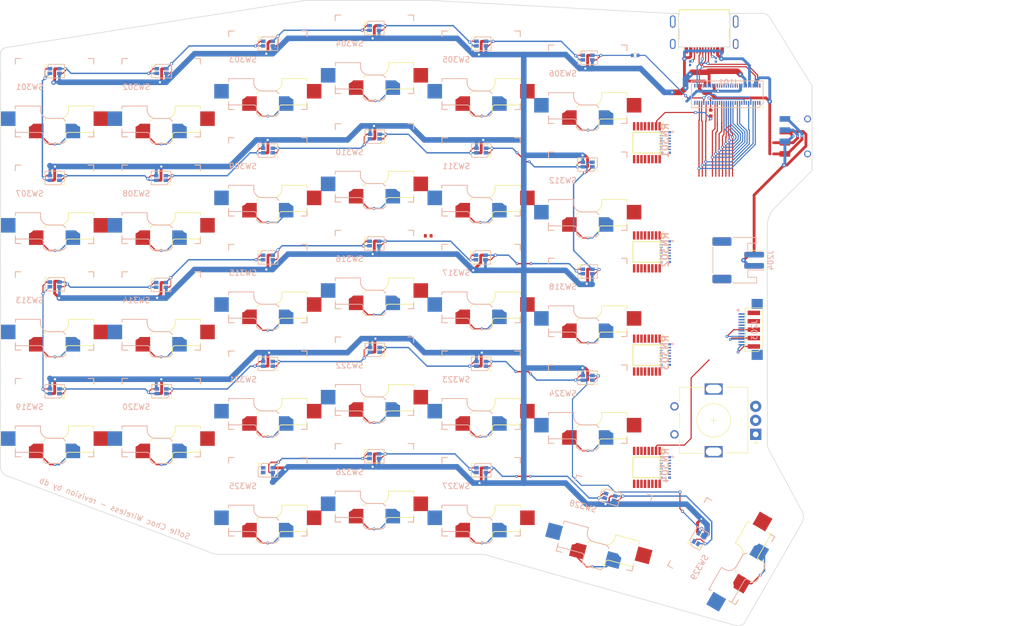
<source format=kicad_pcb>
(kicad_pcb (version 20221018) (generator pcbnew)
  (title_block (title "PMK_180mm") (date "2023-01-30") (rev "HW00"))
  (layers (0 "F.Cu" signal) (31 "B.Cu" signal) (34 "B.Paste" user) (35 "F.Paste" user) (36 "B.SilkS" user "B.Silkscreen") (37 "F.SilkS" user "F.Silkscreen") (38 "B.Mask" user) (39 "F.Mask" user) (44 "Edge.Cuts" user))
  (net 0 "")
  (net 1 "GND")
  (net 2 "+3V3")
  (net 3 "/100- PSoM/LED_MOSI")
  (net 4 "Net-(D401-DO)")
  (net 5 "Net-(D402-DO)")
  (net 6 "Net-(D403-DO)")
  (net 7 "Net-(D404-DO)")
  (net 8 "Net-(D405-DO)")
  (net 9 "Net-(D406-DO)")
  (net 10 "Net-(D407-DO)")
  (net 11 "Net-(D408-DO)")
  (net 12 "Net-(D409-DO)")
  (net 13 "Net-(D410-DO)")
  (net 14 "Net-(D411-DO)")
  (net 15 "Net-(D412-DO)")
  (net 16 "/400- LEDs/LED_13_14")
  (net 17 "Net-(D414-DO)")
  (net 18 "Net-(D415-DO)")
  (net 19 "Net-(D416-DO)")
  (net 20 "Net-(D417-DO)")
  (net 21 "Net-(D418-DO)")
  (net 22 "Net-(D419-DO)")
  (net 23 "Net-(D420-DO)")
  (net 24 "Net-(D421-DO)")
  (net 25 "Net-(D422-DO)")
  (net 26 "Net-(D423-DO)")
  (net 27 "Net-(D424-DO)")
  (net 28 "Net-(D425-DO)")
  (net 29 "/400- LEDs/LED_26_27")
  (net 30 "Net-(D427-DO)")
  (net 31 "Net-(D428-DO)")
  (net 32 "/200- Connectors/CC1")
  (net 33 "/100- PSoM/D+")
  (net 34 "/100- PSoM/D-")
  (net 36 "/200- Connectors/CC2")
  (net 38 "/100- PSoM/SDA")
  (net 39 "/100- PSoM/SCL")
  (net 40 "/100- PSoM/INT")
  (net 41 "/100- PSoM/SPI_CLK")
  (net 42 "/100- PSoM/SPI_MISO")
  (net 43 "/100- PSoM/SR_CE")
  (net 45 "/100- PSoM/SPI_MOSI")
  (net 51 "/100- PSoM/BATTERY_TEMP")
  (net 52 "/VBAT")
  (net 53 "/100- PSoM/PL")
  (net 55 "/100- PSoM/SPI_CLK_ESP")
  (net 57 "/100- PSoM/GP_CE")
  (net 85 "VBUS")
  (net 90 "VDD")
  (net 114 "Net-(SW201-A)")
  (net 115 "/100- PSoM/LED_MOSI_ESP")
  (net 116 "Net-(SW201-C)")
  (net 117 "/300- Shift Register - Switch/5")
  (net 118 "/300- Shift Register - Switch/6")
  (net 119 "/300- Shift Register - Switch/7")
  (net 120 "/300- Shift Register - Switch/8")
  (net 121 "/300- Shift Register - Switch/1")
  (net 122 "/300- Shift Register - Switch/2")
  (net 123 "/300- Shift Register - Switch/3")
  (net 124 "/300- Shift Register - Switch/4")
  (net 125 "/300- Shift Register - Switch/13")
  (net 126 "/300- Shift Register - Switch/14")
  (net 127 "/300- Shift Register - Switch/15")
  (net 128 "/300- Shift Register - Switch/16")
  (net 129 "/300- Shift Register - Switch/9")
  (net 130 "/300- Shift Register - Switch/10")
  (net 131 "/300- Shift Register - Switch/11")
  (net 132 "/300- Shift Register - Switch/12")
  (net 133 "/300- Shift Register - Switch/21")
  (net 134 "/300- Shift Register - Switch/22")
  (net 135 "/300- Shift Register - Switch/23")
  (net 136 "/300- Shift Register - Switch/24")
  (net 137 "/300- Shift Register - Switch/17")
  (net 138 "/300- Shift Register - Switch/18")
  (net 139 "/300- Shift Register - Switch/19")
  (net 140 "/300- Shift Register - Switch/20")
  (net 141 "/300- Shift Register - Switch/29")
  (net 142 "/300- Shift Register - Switch/30")
  (net 143 "/300- Shift Register - Switch/31")
  (net 144 "/300- Shift Register - Switch/32")
  (net 145 "/300- Shift Register - Switch/25")
  (net 146 "/300- Shift Register - Switch/26")
  (net 147 "/300- Shift Register - Switch/27")
  (net 148 "/300- Shift Register - Switch/28")
  (net 149 "/300- Shift Register - Switch/1-2")
  (net 150 "/300- Shift Register - Switch/2-3")
  (net 151 "/300- Shift Register - Switch/3-4")
  (net 157 "Net-(J204-Pin_1)")
  (net 159 "/100- PSoM/A")
  (net 160 "/100- PSoM/B")
  (footprint "Component_lib:YF923_2020_WS2812_LED_DUALSIDE" (layer "F.Cu") (at 128.8 135.5)
    (fp_text reference "D429" hide)
    (fp_text value "YF923_2020_WS2812_LED")
  )
  (footprint "Component_lib:YF923_2020_WS2812_LED_DUALSIDE" (layer "F.Cu") (at 128.8 97.5)
    (fp_text reference "D416" hide)
    (fp_text value "YF923_2020_WS2812_LED")
  )
  (footprint "Component_lib:Kailh_socket_PG1350_reversible" (layer "F.Cu") (at 185.925441 66.554854)
    (fp_text reference "SW306" hide)
    (fp_text value "SW_Push")
  )
  (footprint "Component_lib:Kailh_socket_PG1350_reversible" (layer "F.Cu") (at 147.825441 80.604854)
    (fp_text reference "SW310" hide)
    (fp_text value "SW_Push")
  )
  (footprint "Component_lib:YF923_2020_WS2812_LED_DUALSIDE" (layer "F.Cu") (at 189.9 140.3 -15)
    (fp_text reference "D426" hide)
    (fp_text value "YF923_2020_WS2812_LED")
  )
  (footprint "Component_lib:Kailh_socket_PG1350_reversible" (layer "F.Cu") (at 185.925441 104.638181)
    (fp_text reference "SW318" hide)
    (fp_text value "SW_Push")
  )
  (footprint "Component_lib:YF923_2020_WS2812_LED_DUALSIDE" (layer "F.Cu") (at 90.7 64.2)
    (fp_text reference "D406" hide)
    (fp_text value "YF923_2020_WS2812_LED")
  )
  (footprint "Component_lib:YF923_2020_WS2812_LED_DUALSIDE" (layer "F.Cu") (at 166.9 135.5)
    (fp_text reference "D427" hide)
    (fp_text value "YF923_2020_WS2812_LED")
  )
  (footprint "Component_lib:RIC11-22S10D5S-TH" (layer "F.Cu") (at 215.925 129.2 180)
    (fp_text reference "SW330" hide)
    (fp_text value "RIC11-22S10D5S-TH")
  )
  (footprint "Component_lib:YF923_2020_WS2812_LED_DUALSIDE" (layer "F.Cu") (at 147.8 56.5)
    (fp_text reference "D403" hide)
    (fp_text value "YF923_2020_WS2812_LED")
  )
  (footprint "Component_lib:Kailh_socket_PG1350_reversible" (layer "F.Cu") (at 188.875441 144.954854 -15)
    (fp_text reference "SW328" hide)
    (fp_text value "SW_Push")
  )
  (footprint "Resistor_SMD:R_0201_0603Metric" (layer "F.Cu") (at 218.8 77 180)
    (fp_text reference "R204" hide)
    (fp_text value "0")
  )
  (footprint "Component_lib:Kailh_socket_PG1350_reversible" (layer "F.Cu") (at 109.725441 68.954854)
    (fp_text reference "SW302" hide)
    (fp_text value "SW_Push")
  )
  (footprint "Component_lib:Kailh_socket_PG1350_reversible" (layer "F.Cu") (at 147.825441 99.654854)
    (fp_text reference "SW316" hide)
    (fp_text value "SW_Push")
  )
  (footprint "Component_lib:Kailh_socket_PG1350_reversible" (layer "F.Cu") (at 147.825441 61.204854)
    (fp_text reference "SW304" hide)
    (fp_text value "SW_Push")
  )
  (footprint "Component_lib:SMD_CONN_01x5_1.5mm" (layer "F.Cu") (at 215.6 110.4 90)
    (fp_text reference "J202" hide)
    (fp_text value "Conn_01x05_Pin")
  )
  (footprint "Component_lib:YF923_2020_WS2812_LED_DUALSIDE" (layer "F.Cu") (at 109.8 121.4 180)
    (fp_text reference "D420" hide)
    (fp_text value "YF923_2020_WS2812_LED")
  )
  (footprint "Component_lib:Kailh_socket_PG1350_reversible" (layer "F.Cu") (at 185.925441 85.654854)
    (fp_text reference "SW312" hide)
    (fp_text value "SW_Push")
  )
  (footprint "Component_lib:YF923_2020_WS2812_LED_DUALSIDE" (layer "F.Cu") (at 147.9 75.9 180)
    (fp_text reference "D410" hide)
    (fp_text value "YF923_2020_WS2812_LED")
  )
  (footprint "Component_lib:YF923_2020_WS2812_LED_DUALSIDE" (layer "F.Cu") (at 128.8 116.5 180)
    (fp_text reference "D421" hide)
    (fp_text value "YF923_2020_WS2812_LED")
  )
  (footprint "Component_lib:Kailh_socket_PG1350_reversible" (layer "F.Cu") (at 90.675441 107.054854)
    (fp_text reference "SW313" hide)
    (fp_text value "SW_Push")
  )
  (footprint "Component_lib:Kailh_socket_PG1350_reversible" (layer "F.Cu") (at 90.675441 68.954854)
    (fp_text reference "SW301" hide)
    (fp_text value "SW_Push")
  )
  (footprint "Component_lib:Kailh_socket_PG1350_reversible" (layer "F.Cu") (at 128.775441 121.204854)
    (fp_text reference "SW321" hide)
    (fp_text value "SW_Push")
  )
  (footprint "Component_lib:YF923_2020_WS2812_LED_DUALSIDE" (layer "F.Cu") (at 185.9 80.9 180)
    (fp_text reference "D412" hide)
    (fp_text value "YF923_2020_WS2812_LED")
  )
  (footprint "Component_lib:Kailh_socket_PG1350_reversible" (layer "F.Cu") (at 166.875441 83.104854)
    (fp_text reference "SW311" hide)
    (fp_text value "SW_Push")
  )
  (footprint "Component_lib:USB4510031A" (layer "F.Cu") (at 206.736321 56.507494 180)
    (fp_text reference "J201" hide)
    (fp_text value "USB4510-03-1-A" hide)
    (fp_line (start -4.6 -3.4) (end 4.6 -3.4) (stroke (width 0.12)) (layer "Edge.Cuts"))
    (fp_line (start -4.6 2.6) (end -6.1 2.6) (stroke (width 0.12)) (layer "Edge.Cuts"))
    (fp_line (start -4.6 2.6) (end -4.6 -3.4) (stroke (width 0.12)) (layer "Edge.Cuts"))
    (fp_line (start 4.6 -3.4) (end 4.6 2.6) (stroke (width 0.12)) (layer "Edge.Cuts"))
    (fp_line (start 4.6 2.6) (end 6.1 2.6) (stroke (width 0.12)) (layer "Edge.Cuts"))
  )
  (footprint "Component_lib:Kailh_socket_PG1350_reversible" (layer "F.Cu") (at 166.875441 140.254854)
    (fp_text reference "SW327" hide)
    (fp_text value "SW_Push")
  )
  (footprint "Component_lib:YF923_2020_WS2812_LED_DUALSIDE" (layer "F.Cu") (at 166.9 78.4 180)
    (fp_text reference "D411" hide)
    (fp_text value "YF923_2020_WS2812_LED")
  )
  (footprint "Component_lib:Kailh_socket_PG1350_reversible" (layer "F.Cu") (at 128.775441 102.154854)
    (fp_text reference "SW315" hide)
    (fp_text value "SW_Push")
  )
  (footprint "Component_lib:YF923_2020_WS2812_LED_DUALSIDE" (layer "F.Cu") (at 185.9 100)
    (fp_text reference "D413" hide)
    (fp_text value "YF923_2020_WS2812_LED")
  )
  (footprint "Resistor_SMD:R_0201_0603Metric" (layer "F.Cu") (at 218.8 79 180)
    (fp_text reference "R203" hide)
    (fp_text value "0")
  )
  (footprint "Component_lib:YF923_2020_WS2812_LED_DUALSIDE" (layer "F.Cu") (at 166.9 59.3)
    (fp_text reference "D402" hide)
    (fp_text value "YF923_2020_WS2812_LED")
  )
  (footprint "Component_lib:YF923_2020_WS2812_LED_DUALSIDE" (layer "F.Cu") (at 128.8 59.3)
    (fp_text reference "D404" hide)
    (fp_text value "YF923_2020_WS2812_LED")
  )
  (footprint "Component_lib:Kailh_socket_PG1350_reversible" (layer "F.Cu") (at 109.725441 126.104854)
    (fp_text reference "SW320" hide)
    (fp_text value "SW_Push")
  )
  (footprint "Component_lib:Kailh_socket_PG1350_reversible" (layer "F.Cu") (at 147.825441 118.704854)
    (fp_text reference "SW322" hide)
    (fp_text value "SW_Push")
  )
  (footprint "Component_lib:Kailh_socket_PG1350_reversible" (layer "F.Cu") (at 128.775441 83.104854)
    (fp_text reference "SW309" hide)
    (fp_text value "SW_Push")
  )
  (footprint "Component_lib:YF923_2020_WS2812_LED_DUALSIDE" (layer "F.Cu") (at 205.7 147.7 60)
    (fp_text reference "D425" hide)
    (fp_text value "YF923_2020_WS2812_LED")
  )
  (footprint "Component_lib:Kailh_socket_PG1350_reversible" (layer "F.Cu") (at 128.775441 140.254854)
    (fp_text reference "SW325" hide)
    (fp_text value "SW_Push")
  )
  (footprint "Component_lib:SOP65P640X120-16N" (layer "F.Cu") (at 196.5 114.938 -90)
    (fp_text reference "U303" hide)
    (fp_text value "SN74HC165PWR" hide)
  )
  (footprint "Component_lib:Kailh_socket_PG1350_reversible" (layer "F.Cu") (at 185.925441 123.704854)
    (fp_text reference "SW324" hide)
    (fp_text value "SW_Push")
  )
  (footprint "Component_lib:YF923_2020_WS2812_LED_DUALSIDE" (layer "F.Cu") (at 166.9 116.5 180)
    (fp_text reference "D423" hide)
    (fp_text value "YF923_2020_WS2812_LED")
  )
  (footprint "Component_lib:Kailh_socket_PG1350_reversible" (layer "F.Cu") (at 147.825441 137.754854)
    (fp_text reference "SW326" hide)
    (fp_text value "SW_Push")
  )
  (footprint "Component_lib:YF923_2020_WS2812_LED_DUALSIDE" (layer "F.Cu") (at 109.8 64.2)
    (fp_text reference "D405" hide)
    (fp_text value "YF923_2020_WS2812_LED")
  )
  (footprint "Component_lib:YF923_2020_WS2812_LED_DUALSIDE" (layer "F.Cu") (at 147.9 114 180)
    (fp_text reference "D422" hide)
    (fp_text value "YF923_2020_WS2812_LED")
  )
  (footprint "Component_lib:Kailh_socket_PG1350_reversible" (layer "F.Cu") (at 109.725441 107.054854)
    (fp_text reference "SW314" hide)
    (fp_text value "SW_Push")
  )
  (footprint "Resistor_SMD:R_0402_1005Metric" (layer "F.Cu") (at 207.9 71.7 -90)
    (fp_text reference "R102" hide)
    (fp_text value "R")
  )
  (footprint "Component_lib:YF923_2020_WS2812_LED_DUALSIDE" (layer "F.Cu") (at 166.8 97.5)
    (fp_text reference "D414" hide)
    (fp_text value "YF923_2020_WS2812_LED")
  )
  (footprint "Component_lib:YF923_2020_WS2812_LED_DUALSIDE" (layer "F.Cu") (at 109.7 102.4)
    (fp_text reference "D417" hide)
    (fp_text value "YF923_2020_WS2812_LED")
  )
  (footprint "Component_lib:YF923_2020_WS2812_LED_DUALSIDE" (layer "F.Cu") (at 185.9 61.8)
    (fp_text reference "D401" hide)
    (fp_text value "YF923_2020_WS2812_LED")
  )
  (footprint "Component_lib:SOP65P640X120-16N" (layer "F.Cu") (at 196.5 77 -90)
    (fp_text reference "U301" hide)
    (fp_text value "SN74HC165PWR" hide)
  )
  (footprint "Component_lib:Kailh_socket_PG1350_reversible" (layer "F.Cu") (at 90.675441 126.104854)
    (fp_text reference "SW319" hide)
    (fp_text value "SW_Push")
  )
  (footprint "Component_lib:YF923_2020_WS2812_LED_DUALSIDE" (layer "F.Cu") (at 147.8 133)
    (fp_text reference "D428" hide)
    (fp_text value "YF923_2020_WS2812_LED")
  )
  (footprint "Component_lib:450405020524_DUALSIDE" (layer "F.Cu") (at 222.1 79 90)
    (fp_text reference "SW201" hide)
    (fp_text value "450405020524")
  )
  (footprint "Component_lib:Kailh_socket_PG1350_reversible" (layer "F.Cu") (at 90.675441 88.004854)
    (fp_text reference "SW307" hide)
    (fp_text value "SW_Push")
  )
  (footprint "Component_lib:YF923_2020_WS2812_LED_DUALSIDE" (layer "F.Cu") (at 147.8 95)
    (fp_text reference "D415" hide)
    (fp_text value "YF923_2020_WS2812_LED")
  )
  (footprint "Component_lib:SOP65P640X120-16N" (layer "F.Cu") (at 196.5 135 -90)
    (fp_text reference "U304" hide)
    (fp_text value "SN74HC165PWR" hide)
  )
  (footprint "Component_lib:Kailh_socket_PG1350_reversible" (layer "F.Cu") (at 209.765441 149.954854 60)
    (fp_text reference "SW329" hide)
    (fp_text value "SW_Push")
  )
  (footprint "Component_lib:YF923_2020_WS2812_LED_DUALSIDE" (layer "F.Cu") (at 185.9 119 180)
    (fp_text reference "D424" hide)
    (fp_text value "YF923_2020_WS2812_LED")
  )
  (footprint "Component_lib:PSoM_ESP32S2_00" (layer "F.Cu") (at 210.868055 68.328181 180)
    (fp_text reference "J102" hide)
    (fp_text value "PSoM_ESP32S2_Carrier_Board")
  )
  (footprint "Component_lib:YF923_2020_WS2812_LED_DUALSIDE" (layer "F.Cu") (at 109.7 83.3 180)
    (fp_text reference "D408" hide)
    (fp_text value "YF923_2020_WS2812_LED")
  )
  (footprint "Component_lib:Kailh_socket_PG1350_reversible" (layer "F.Cu") (at 128.775441 64.054854)
    (fp_text reference "SW303" hide)
    (fp_text value "SW_Push")
  )
  (footprint "Resistor_SMD:R_0402_1005Metric" (layer "F.Cu") (at 157.428055 93.638181)
    (fp_text reference "TH101" hide)
    (fp_text value "Thermistor_NTC")
  )
  (footprint "Component_lib:YF923_2020_WS2812_LED_DUALSIDE" (layer "F.Cu") (at 90.7 102.3)
    (fp_text reference "D418" hide)
    (fp_text value "YF923_2020_WS2812_LED")
  )
  (footprint "Component_lib:Kailh_socket_PG1350_reversible" (layer "F.Cu") (at 166.875441 102.154854)
    (fp_text reference "SW317" hide)
    (fp_text value "SW_Push")
  )
  (footprint "Component_lib:Kailh_socket_PG1350_reversible" (layer "F.Cu") (at 166.875441 64.054854)
    (fp_text reference "SW305" hide)
    (fp_text value "SW_Push")
  )
  (footprint "Component_lib:YF923_2020_WS2812_LED_DUALSIDE" (layer "F.Cu") (at 90.7 121.4 180)
    (fp_text reference "D419" hide)
    (fp_text value "YF923_2020_WS2812_LED")
  )
  (footprint "Component_lib:YF923_2020_WS2812_LED_DUALSIDE" (layer "F.Cu") (at 90.7 83.3 180)
    (fp_text reference "D407" hide)
    (fp_text value "YF923_2020_WS2812_LED")
  )
  (footprint "Component_lib:Kailh_socket_PG1350_reversible" (layer "F.Cu") (at 109.725441 88.004854)
    (fp_text reference "SW308" hide)
    (fp_text value "SW_Push")
  )
  (footprint "Component_lib:Kailh_socket_PG1350_reversible" (layer "F.Cu") (at 166.875441 121.204854)
    (fp_text reference "SW323" hide)
    (fp_text value "SW_Push")
  )
  (footprint "Component_lib:SOP65P640X120-16N" (layer "F.Cu") (at 196.5 96.5 -90)
    (fp_text reference "U302" hide)
    (fp_text value "SN74HC165PWR" hide)
  )
  (footprint "Component_lib:YF923_2020_WS2812_LED_DUALSIDE" (layer "F.Cu") (at 128.8 78.4 180)
    (fp_text reference "D409" hide)
    (fp_text value "YF923_2020_WS2812_LED")
  )
  (footprint "Resistor_SMD:R_0201_0603Metric" (layer "B.Cu") (at 208.8 62.2 -90)
    (fp_text reference "R202" hide)
    (fp_text value "5.1k")
  )
  (footprint "Component_lib:EXB2HV_1" (layer "B.Cu") (at 199.8 76.95 -90)
    (fp_text reference "RN301")
    (fp_text value "EXB-2HV103JV" hide)
  )
  (footprint "Component_lib:EXB2HV_1" (layer "B.Cu") (at 199.8 96.4625 -90)
    (fp_text reference "RN302")
    (fp_text value "EXB-2HV103JV" hide)
  )
  (footprint "Component_lib:JST_PH_S2B-PH-SM4-TB_1x02-1MP_P2.00mm_Horizontal_DUALSIDE" (layer "B.Cu") (at 212.8 98 90)
    (fp_text reference "J204")
    (fp_text value "S2B-PH-SM4-TB")
  )
  (footprint "Component_lib:PSoM_ESP32S2_00" (layer "B.Cu") (at 210.868055 68.328181)
    (fp_text reference "J101")
    (fp_text value "PSoM_ESP32S2_Carrier_Board")
  )
  (footprint "Resistor_SMD:R_0201_0603Metric" (layer "B.Cu") (at 204.2 62.8 -90)
    (fp_text reference "R201" hide)
    (fp_text value "5.1k")
  )
  (footprint "Component_lib:EXB2HV_1" (layer "B.Cu") (at 199.8 114.85 -90)
    (fp_text reference "RN303")
    (fp_text value "EXB-2HV103JV" hide)
  )
  (footprint "Component_lib:Cirque trackpad" (layer "B.Cu") (at 216.2 110.4 -90)
    (fp_text reference "J203")
    (fp_text value "Cirque")
  )
  (footprint "Resistor_SMD:R_0402_1005Metric" (layer "B.Cu") (at 194.4 61.4 180)
    (fp_text reference "R101" hide)
    (fp_text value "R")
  )
  (footprint "Component_lib:EXB2HV_1" (layer "B.Cu") (at 199.8 135 -90)
    (fp_text reference "RN304")
    (fp_text value "EXB-2HV103JV" hide)
  )
  (gr_line (start 157.475441 51.554854) (end 200.636321 53.907494) (stroke (width 0.1)) (layer "Edge.Cuts"))
  (gr_line (start 212.575441 163.304854) (end 169 151) (stroke (width 0.1)) (layer "Edge.Cuts"))
  (gr_arc (start 224.275441 142.954854) (mid 224.439793 143.965572) (end 224.175441 144.954854) (stroke (width 0.1)) (layer "Edge.Cuts"))
  (gr_line (start 81.30712 60.390436) (end 81.44882 60.250454) (stroke (width 0.1)) (layer "Edge.Cuts"))
  (gr_line (start 226 66.838181) (end 226 82) (stroke (width 0.1)) (layer "Edge.Cuts"))
  (gr_line (start 224.175441 144.954854) (end 213.925441 162.754854) (stroke (width 0.1)) (layer "Edge.Cuts"))
  (gr_line (start 218.475441 132.204854) (end 224.275441 142.954854) (stroke (width 0.1)) (layer "Edge.Cuts"))
  (gr_line (start 81.19156 60.552661) (end 81.30712 60.390436) (stroke (width 0.1)) (layer "Edge.Cuts"))
  (gr_arc (start 218 92) (mid 218.256584 90.418861) (end 219 89) (stroke (width 0.1)) (layer "Edge.Cuts"))
  (gr_arc (start 218.475441 132.204854) (mid 218.172792 131.628048) (end 218 131) (stroke (width 0.1)) (layer "Edge.Cuts"))
  (gr_arc (start 213.925441 162.754854) (mid 213.330865 163.22726) (end 212.575441 163.304854) (stroke (width 0.1)) (layer "Edge.Cuts"))
  (gr_line (start 82 60) (end 135.525441 51.554854) (stroke (width 0.1)) (layer "Edge.Cuts"))
  (gr_arc (start 82.089046 136.4835) (mid 81.312256 135.855443) (end 81.00526 134.904854) (stroke (width 0.1)) (layer "Edge.Cuts"))
  (gr_line (start 218.468055 54.638181) (end 226 66.838181) (stroke (width 0.1)) (layer "Edge.Cuts"))
  (gr_line (start 81.61357 60.13632) (end 81.79833 60.05163) (stroke (width 0.1)) (layer "Edge.Cuts"))
  (gr_arc (start 217.049639 53.891447) (mid 217.852025 54.087822) (end 218.468055 54.638181) (stroke (width 0.1)) (layer "Edge.Cuts"))
  (gr_line (start 118 150) (end 82.089046 136.4835) (stroke (width 0.1)) (layer "Edge.Cuts"))
  (gr_arc (start 120 150.554854) (mid 118.973948 150.371335) (end 118 150) (stroke (width 0.1)) (layer "Edge.Cuts"))
  (gr_line (start 81.79833 60.05163) (end 82 60) (stroke (width 0.1)) (layer "Edge.Cuts"))
  (gr_line (start 81.10516 60.733526) (end 81.19156 60.552661) (stroke (width 0.1)) (layer "Edge.Cuts"))
  (gr_line (start 81.03226 61.136756) (end 81.05106 60.929425) (stroke (width 0.1)) (layer "Edge.Cuts"))
  (gr_line (start 81.44882 60.250454) (end 81.61357 60.13632) (stroke (width 0.1)) (layer "Edge.Cuts"))
  (gr_line (start 135.525441 51.554854) (end 157.475441 51.554854) (stroke (width 0.1)) (layer "Edge.Cuts"))
  (gr_line (start 218 92) (end 218 131) (stroke (width 0.1)) (layer "Edge.Cuts"))
  (gr_line (start 81.05106 60.929425) (end 81.10516 60.733526) (stroke (width 0.1)) (layer "Edge.Cuts"))
  (gr_line (start 81.00526 134.904854) (end 81.03226 61.136756) (stroke (width 0.1)) (layer "Edge.Cuts"))
  (gr_line (start 226 82) (end 219 89) (stroke (width 0.1)) (layer "Edge.Cuts"))
  (gr_line (start 120 150.554854) (end 167 150.554854) (stroke (width 0.1)) (layer "Edge.Cuts"))
  (gr_line (start 212.836321 53.907494) (end 217.049639 53.891446) (stroke (width 0.1)) (layer "Edge.Cuts"))
  (gr_arc (start 167 150.554854) (mid 168.015335 150.708528) (end 169 151) (stroke (width 0.1)) (layer "Edge.Cuts"))
  (gr_text "Sofle Choc Wireless - revision by db" (at 101.436321 142.357494 -20.8) (layer "B.SilkS") (effects (font (size 1 1) (thickness 0.14)) (justify mirror)))
  (segment (start 213.8 113.4) (end 212.8 114.4) (width 0.2) (layer "F.Cu") (net 2))
  (segment (start 208.518055 67.598181) (end 208.518055 66.8) (width 0.5) (layer "F.Cu") (net 2))
  (segment (start 208.719874 67.8) (end 208.518055 67.598181) (width 0.5) (layer "F.Cu") (net 2))
  (segment (start 209.2 67.8) (end 208.719874 67.8) (width 0.5) (layer "F.Cu") (net 2))
  (segment (start 215.6 113.4) (end 213.8 113.4) (width 0.2) (layer "F.Cu") (net 2))
  (via (at 209.2 67.8) (size 0.56) (drill 0.3) (layers "F.Cu" "B.Cu") (net 2))
  (via (at 212.8 114.4) (size 0.5) (drill 0.2) (layers "F.Cu" "B.Cu") (net 2))
  (segment (start 205.4 67.8) (end 203.6 69.6) (width 0.5) (layer "B.Cu") (net 2))
  (segment (start 213.068055 67.398181) (end 212.666236 67.8) (width 0.15) (layer "B.Cu") (net 2))
  (segment (start 213.218055 67.598181) (end 213.201819 67.598181) (width 0.5) (layer "B.Cu") (net 2))
  (segment (start 213 67.8) (end 205.4 67.8) (width 0.5) (layer "B.Cu") (net 2))
  (segment (start 213.068055 66.798181) (end 213.068055 67.398181) (width 0.15) (layer "B.Cu") (net 2))
  (segment (start 212.8 114.4) (end 212.8 113.776) (width 0.2) (layer "B.Cu") (net 2))
  (segment (start 213.201819 67.598181) (end 213 67.8) (width 0.5) (layer "B.Cu") (net 2))
  (segment (start 212.8 113.776) (end 213.476 113.1) (width 0.2) (layer "B.Cu") (net 2))
  (segment (start 213.218055 66.8) (end 213.218055 67.598181) (width 0.5) (layer "B.Cu") (net 2))
  (segment (start 187.47 62.21) (end 188.27 61.41) (width 0.2) (layer "F.Cu") (net 3))
  (segment (start 186.75 62.21) (end 187.47 62.21) (width 0.2) (layer "F.Cu") (net 3))
  (via (at 188.27 61.41) (size 0.56) (drill 0.3) (layers "F.Cu" "B.Cu") (net 3))
  (segment (start 186.77 61.41) (end 186.75 61.39) (width 0.2) (layer "B.Cu") (net 3))
  (segment (start 188.27 61.41) (end 186.77 61.41) (width 0.2) (layer "B.Cu") (net 3))
  (segment (start 193.89 61.4) (end 188.28 61.4) (width 0.2) (layer "B.Cu") (net 3))
  (segment (start 188.28 61.4) (end 188.27 61.41) (width 0.2) (layer "B.Cu") (net 3))
  (segment (start 167.75 59.71) (end 168.21 59.71) (width 0.2) (layer "F.Cu") (net 4))
  (segment (start 183.87 61.39) (end 183.785 61.475) (width 0.2) (layer "F.Cu") (net 4))
  (segment (start 185.05 61.39) (end 183.87 61.39) (width 0.2) (layer "F.Cu") (net 4))
  (segment (start 168.21 59.71) (end 169.03 58.89) (width 0.2) (layer "F.Cu") (net 4))
  (via (at 183.785 61.475) (size 0.56) (drill 0.3) (layers "F.Cu" "B.Cu") (net 4))
  (via (at 169.03 58.89) (size 0.56) (drill 0.3) (layers "F.Cu" "B.Cu") (net 4))
  (segment (start 184.52 62.21) (end 185.05 62.21) (width 0.25) (layer "B.Cu") (net 4))
  (segment (start 167.75 58.89) (end 169.03 58.89) (width 0.25) (layer "B.Cu") (net 4))
  (segment (start 183.785 61.475) (end 184.52 62.21) (width 0.25) (layer "B.Cu") (net 4))
  (segment (start 169.03 58.89) (end 181.2 58.89) (width 0.25) (layer "B.Cu") (net 4))
  (segment (start 181.2 58.89) (end 183.785 61.475) (width 0.25) (layer "B.Cu") (net 4))
  (segment (start 166.05 58.89) (end 164.96 58.89) (width 0.2) (layer "F.Cu") (net 5))
  (segment (start 148.65 56.91) (end 149.25 56.91) (width 0.2) (layer "F.Cu") (net 5))
  (segment (start 149.77 56.39) (end 149.77 56.1) (width 0.2) (layer "F.Cu") (net 5))
  (segment (start 164.96 58.89) (end 164.83 59.02) (width 0.2) (layer "F.Cu") (net 5))
  (segment (start 149.77 56.1) (end 149.76 56.09) (width 0.2) (layer "F.Cu") (net 5))
  (segment (start 149.25 56.91) (end 149.77 56.39) (width 0.2) (layer "F.Cu") (net 5))
  (via (at 149.76 56.09) (size 0.56) (drill 0.3) (layers "F.Cu" "B.Cu") (net 5))
  (via (at 164.83 59.02) (size 0.56) (drill 0.3) (layers "F.Cu" "B.Cu") (net 5))
  (segment (start 165.52 59.71) (end 166.05 59.71) (width 0.25) (layer "B.Cu") (net 5))
  (segment (start 164.83 59.02) (end 165.52 59.71) (width 0.25) (layer "B.Cu") (net 5))
  (segment (start 149.76 56.09) (end 161.9 56.09) (width 0.25) (layer "B.Cu") (net 5))
  (segment (start 161.9 56.09) (end 164.83 59.02) (width 0.25) (layer "B.Cu") (net 5))
  (segment (start 148.65 56.09) (end 149.76 56.09) (width 0.25) (layer "B.Cu") (net 5))
  (segment (start 130.25 59.71) (end 130.595 59.365) (width 0.2) (layer "F.Cu") (net 6))
  (segment (start 130.595 59.365) (end 130.595 57.945) (width 0.2) (layer "F.Cu") (net 6))
  (segment (start 146.45 56.09) (end 145.63 56.91) (width 0.2) (layer "F.Cu") (net 6))
  (segment (start 146.95 56.09) (end 146.45 56.09) (width 0.2) (layer "F.Cu") (net 6))
  (segment (start 129.65 59.71) (end 130.25 59.71) (width 0.2) (layer "F.Cu") (net 6))
  (via (at 145.63 56.91) (size 0.56) (drill 0.3) (layers "F.Cu" "B.Cu") (net 6))
  (via (at 130.595 57.945) (size 0.56) (drill 0.3) (layers "F.Cu" "B.Cu") (net 6))
  (segment (start 129.65 58.89) (end 130.595 57.945) (width 0.25) (layer "B.Cu") (net 6))
  (segment (start 131.63 56.91) (end 145.63 56.91) (width 0.25) (layer "B.Cu") (net 6))
  (segment (start 145.63 56.91) (end 146.95 56.91) (width 0.25) (layer "B.Cu") (net 6))
  (segment (start 130.595 57.945) (end 131.63 56.91) (width 0.25) (layer "B.Cu") (net 6))
  (segment (start 127.95 58.89) (end 127.41 58.89) (width 0.2) (layer "F.Cu") (net 7))
  (segment (start 110.65 64.61) (end 111.25 64.61) (width 0.2) (layer "F.Cu") (net 7))
  (segment (start 127.41 58.89) (end 126.59 59.71) (width 0.2) (layer "F.Cu") (net 7))
  (segment (start 111.25 64.61) (end 111.57 64.29) (width 0.2) (layer "F.Cu") (net 7))
  (segment (start 111.57 64.29) (end 111.57 62.87) (width 0.2) (layer "F.Cu") (net 7))
  (via (at 126.59 59.71) (size 0.56) (drill 0.3) (layers "F.Cu" "B.Cu") (net 7))
  (via (at 111.57 62.87) (size 0.56) (drill 0.3) (layers "F.Cu" "B.Cu") (net 7))
  (segment (start 114.73 59.71) (end 126.59 59.71) (width 0.25) (layer "B.Cu") (net 7))
  (segment (start 111.57 62.87) (end 114.73 59.71) (width 0.25) (layer "B.Cu") (net 7))
  (segment (start 110.65 63.79) (end 111.57 62.87) (width 0.25) (layer "B.Cu") (net 7))
  (segment (start 126.59 59.71) (end 127.95 59.71) (width 0.25) (layer "B.Cu") (net 7))
  (segment (start 92.6 64.16) (end 92.6 63.79) (width 0.2) (layer "F.Cu") (net 8))
  (segment (start 92.15 64.61) (end 92.6 64.16) (width 0.2) (layer "F.Cu") (net 8))
  (segment (start 108.3 63.79) (end 107.48 64.61) (width 0.2) (layer "F.Cu") (net 8))
  (segment (start 108.95 63.79) (end 108.3 63.79) (width 0.2) (layer "F.Cu") (net 8))
  (segment (start 91.55 64.61) (end 92.15 64.61) (width 0.2) (layer "F.Cu") (net 8))
  (via (at 107.48 64.61) (size 0.56) (drill 0.3) (layers "F.Cu" "B.Cu") (net 8))
  (via (at 92.6 63.79) (size 0.56) (drill 0.3) (layers "F.Cu" "B.Cu") (net 8))
  (segment (start 107.48 64.61) (end 108.95 64.61) (width 0.25) (layer "B.Cu") (net 8))
  (segment (start 92.8 63.79) (end 93.62 64.61) (width 0.25) (layer "B.Cu") (net 8))
  (segment (start 93.62 64.61) (end 107.48 64.61) (width 0.25) (layer "B.Cu") (net 8))
  (segment (start 92.6 63.79) (end 92.8 63.79) (width 0.25) (layer "B.Cu") (net 8))
  (segment (start 91.55 63.79) (end 92.6 63.79) (width 0.25) (layer "B.Cu") (net 8))
  (segment (start 88.965 64.075) (end 88.965 65.495) (width 0.2) (layer "F.Cu") (net 9))
  (segment (start 89.85 63.79) (end 89.25 63.79) (width 0.2) (layer "F.Cu") (net 9))
  (segment (start 89.25 63.79) (end 88.965 64.075) (width 0.2) (layer "F.Cu") (net 9))
  (segment (start 89.24 82.89) (end 88.81 83.32) (width 0.2) (layer "F.Cu") (net 9))
  (segment (start 89.85 82.89) (end 89.24 82.89) (width 0.2) (layer "F.Cu") (net 9))
  (via (at 88.81 83.32) (size 0.56) (drill 0.3) (layers "F.Cu" "B.Cu") (net 9))
  (via (at 88.965 65.495) (size 0.56) (drill 0.3) (layers "F.Cu" "B.Cu") (net 9))
  (segment (start 89.2 83.71) (end 88.81 83.32) (width 0.25) (layer "B.Cu") (net 9))
  (segment (start 88.505941 65.954059) (end 88.965 65.495) (width 0.25) (layer "B.Cu") (net 9))
  (segment (start 88.965 65.495) (end 89.85 64.61) (width 0.25) (layer "B.Cu") (net 9))
  (segment (start 89.85 83.71) (end 89.2 83.71) (width 0.25) (layer "B.Cu") (net 9))
  (segment (start 88.505941 83.015941) (end 88.505941 65.954059) (width 0.25) (layer "B.Cu") (net 9))
  (segment (start 88.81 83.32) (end 88.505941 83.015941) (width 0.25) (layer "B.Cu") (net 9))
  (segment (start 107.87 82.89) (end 107.325 83.435) (width 0.2) (layer "F.Cu") (net 10))
  (segment (start 91.89 83.71) (end 92.71 82.89) (width 0.2) (layer "F.Cu") (net 10))
  (segment (start 91.55 83.71) (end 91.89 83.71) (width 0.2) (layer "F.Cu") (net 10))
  (segment (start 108.85 82.89) (end 107.87 82.89) (width 0.2) (layer "F.Cu") (net 10))
  (via (at 107.325 83.435) (size 0.56) (drill 0.3) (layers "F.Cu" "B.Cu") (net 10))
  (via (at 92.71 82.89) (size 0.56) (drill 0.3) (layers "F.Cu" "B.Cu") (net 10))
  (segment (start 107.6 83.71) (end 107.325 83.435) (width 0.25) (layer "B.Cu") (net 10))
  (segment (start 106.78 82.89) (end 92.71 82.89) (width 0.25) (layer "B.Cu") (net 10))
  (segment (start 92.71 82.89) (end 91.55 82.89) (width 0.25) (layer "B.Cu") (net 10))
  (segment (start 107.325 83.435) (end 106.78 82.89) (width 0.25) (layer "B.Cu") (net 10))
  (segment (start 108.85 83.71) (end 107.6 83.71) (width 0.25) (layer "B.Cu") (net 10))
  (segment (start 110.95 83.71) (end 111.77 82.89) (width 0.2) (layer "F.Cu") (net 11))
  (segment (start 110.55 83.71) (end 110.95 83.71) (width 0.2) (layer "F.Cu") (net 11))
  (segment (start 127.35 77.99) (end 126.95 78.39) (width 0.2) (layer "F.Cu") (net 11))
  (segment (start 127.95 77.99) (end 127.35 77.99) (width 0.2) (layer "F.Cu") (net 11))
  (segment (start 126.95 78.39) (end 126.95 78.81) (width 0.2) (layer "F.Cu") (net 11))
  (via (at 126.95 78.81) (size 0.56) (drill 0.3) (layers "F.Cu" "B.Cu") (net 11))
  (via (at 111.77 82.89) (size 0.56) (drill 0.3) (layers "F.Cu" "B.Cu") (net 11))
  (segment (start 111.77 82.89) (end 110.55 82.89) (width 0.25) (layer "B.Cu") (net 11))
  (segment (start 125.606726 78.81) (end 121.526726 82.89) (width 0.25) (layer "B.Cu") (net 11))
  (segment (start 121.526726 82.89) (end 111.77 82.89) (width 0.25) (layer "B.Cu") (net 11))
  (segment (start 126.95 78.81) (end 125.606726 78.81) (width 0.25) (layer "B.Cu") (net 11))
  (segment (start 127.95 78.81) (end 126.95 78.81) (width 0.25) (layer "B.Cu") (net 11))
  (segment (start 130.25 78.81) (end 130.61 78.45) (width 0.2) (layer "F.Cu") (net 12))
  (segment (start 129.65 78.81) (end 130.25 78.81) (width 0.2) (layer "F.Cu") (net 12))
  (segment (start 147.05 75.49) (end 146.45 75.49) (width 0.2) (layer "F.Cu") (net 12))
  (segment (start 130.61 78.45) (end 130.61 77.99) (width 0.2) (layer "F.Cu") (net 12))
  (segment (start 146.45 75.49) (end 146.015 75.925) (width 0.2) (layer "F.Cu") (net 12))
  (segment (start 146.015 75.925) (end 146.015 77.345) (width 0.2) (layer "F.Cu") (net 12))
  (via (at 146.015 77.345) (size 0.56) (drill 0.3) (layers "F.Cu" "B.Cu") (net 12))
  (via (at 130.61 77.99) (size 0.56) (drill 0.3) (layers "F.Cu" "B.Cu") (net 12))
  (segment (start 147.05 76.31) (end 146.015 77.345) (width 0.25) (layer "B.Cu") (net 12))
  (segment (start 145.37 77.99) (end 130.61 77.99) (width 0.25) (layer "B.Cu") (net 12))
  (segment (start 130.61 77.99) (end 129.65 77.99) (width 0.25) (layer "B.Cu") (net 12))
  (segment (start 146.015 77.345) (end 145.37 77.99) (width 0.25) (layer "B.Cu") (net 12))
  (segment (start 166.05 77.99) (end 165.45 77.99) (width 0.2) (layer "F.Cu") (net 13))
  (segment (start 165.45 77.99) (end 165.01 78.43) (width 0.2) (layer "F.Cu") (net 13))
  (segment (start 149.35 76.31) (end 149.85 75.81) (width 0.2) (layer "F.Cu") (net 13))
  (segment (start 165.01 78.43) (end 165.01 78.81) (width 0.2) (layer "F.Cu") (net 13))
  (segment (start 148.75 76.31) (end 149.35 76.31) (width 0.2) (layer "F.Cu") (net 13))
  (segment (start 149.85 75.81) (end 149.85 75.49) (width 0.2) (layer "F.Cu") (net 13))
  (via (at 149.85 75.49) (size 0.56) (drill 0.3) (layers "F.Cu" "B.Cu") (net 13))
  (via (at 165.01 78.81) (size 0.56) (drill 0.3) (layers "F.Cu" "B.Cu") (net 13))
  (segment (start 153.89 75.49) (end 149.85 75.49) (width 0.25) (layer "B.Cu") (net 13))
  (segment (start 157.21 78.81) (end 153.89 75.49) (width 0.25) (layer "B.Cu") (net 13))
  (segment (start 165.01 78.81) (end 157.21 78.81) (width 0.25) (layer "B.Cu") (net 13))
  (segment (start 166.05 78.81) (end 165.01 78.81) (width 0.25) (layer "B.Cu") (net 13))
  (segment (start 149.85 75.49) (end 148.75 75.49) (width 0.25) (layer "B.Cu") (net 13))
  (segment (start 175.5 80.4) (end 174.9 80.4) (width 0.25) (layer "F.Cu") (net 14))
  (segment (start 184.45 80.49) (end 184.06 80.88) (width 0.2) (layer "F.Cu") (net 14))
  (segment (start 168.35 78.81) (end 168.82 78.34) (width 0.2) (layer "F.Cu") (net 14))
  (segment (start 174.9 80.4) (end 173.3 78.8) (width 0.25) (layer "F.Cu") (net 14))
  (segment (start 185.05 80.49) (end 184.45 80.49) (width 0.2) (layer "F.Cu") (net 14))
  (segment (start 168.82 78.34) (end 168.82 77.99) (width 0.2) (layer "F.Cu") (net 14))
  (segment (start 184.06 80.88) (end 184.06 81.31) (width 0.2) (layer "F.Cu") (net 14))
  (segment (start 167.75 78.81) (end 168.35 78.81) (width 0.2) (layer "F.Cu") (net 14))
  (via (at 175.5 80.4) (size 0.5) (drill 0.2) (layers "F.Cu" "B.Cu") (net 14))
  (via (at 168.82 77.99) (size 0.56) (drill 0.3) (layers "F.Cu" "B.Cu") (net 14))
  (via (at 173.3 78.8) (size 0.5) (drill 0.2) (layers "F.Cu" "B.Cu") (net 14))
  (via (at 184.06 81.31) (size 0.56) (drill 0.3) (layers "F.Cu" "B.Cu") (net 14))
  (segment (start 172.49 77.99) (end 168.82 77.99) (width 0.25) (layer "B.Cu") (net 14))
  (segment (start 176.41 81.31) (end 175.5 80.4) (width 0.25) (layer "B.Cu") (net 14))
  (segment (start 173.3 78.8) (end 172.49 77.99) (width 0.25) (layer "B.Cu") (net 14))
  (segment (start 168.82 77.99) (end 167.75 77.99) (width 0.25) (layer "B.Cu") (net 14))
  (segment (start 184.06 81.31) (end 176.41 81.31) (width 0.25) (layer "B.Cu") (net 14))
  (segment (start 185.05 81.31) (end 184.06 81.31) (width 0.25) (layer "B.Cu") (net 14))
  (segment (start 185.74 82.32) (end 185.39 82.32) (width 0.2) (layer "F.Cu") (net 15))
  (segment (start 187.19 100.41) (end 187.95 99.65) (width 0.2) (layer "F.Cu") (net 15))
  (segment (start 186.75 100.41) (end 187.19 100.41) (width 0.2) (layer "F.Cu") (net 15))
  (segment (start 186.75 81.31) (end 185.74 82.32) (width 0.2) (layer "F.Cu") (net 15))
  (via (at 187.95 99.65) (size 0.56) (drill 0.3) (layers "F.Cu" "B.Cu") (net 15))
  (via (at 185.39 82.32) (size 0.56) (drill 0.3) (layers "F.Cu" "B.Cu") (net 15))
  (segment (start 186.75 99.59) (end 183.4 96.24) (width 0.25) (layer "B.Cu") (net 15))
  (segment (start 185.39 82.32) (end 185.8 81.91) (width 0.25) (layer "B.Cu") (net 15))
  (segment (start 183.4 84.31) (end 185.39 82.32) (width 0.25) (layer "B.Cu") (net 15))
  (segment (start 185.8 80.79) (end 186.1 80.49) (width 0.25) (layer "B.Cu") (net 15))
  (segment (start 185.8 81.91) (end 185.8 80.79) (width 0.25) (layer "B.Cu") (net 15))
  (segment (start 186.81 99.65) (end 186.75 99.59) (width 0.2) (layer "B.Cu") (net 15))
  (segment (start 183.4 96.24) (end 183.4 84.31) (width 0.25) (layer "B.Cu") (net 15))
  (segment (start 186.1 80.49) (end 186.75 80.49) (width 0.25) (layer "B.Cu") (net 15))
  (segment (start 187.95 99.65) (end 186.81 99.65) (width 0.2) (layer "B.Cu") (net 15))
  (segment (start 168.63 97.91) (end 169.45 97.09) (width 0.2) (layer "F.Cu") (net 16))
  (segment (start 184.19 99.59) (end 183.885 99.895) (width 0.2) (layer "F.Cu") (net 16))
  (segment (start 173.3 98.6) (end 175.8 98.6) (width 0.25) (layer "F.Cu") (net 16))
  (segment (start 167.65 97.91) (end 168.63 97.91) (width 0.2) (layer "F.Cu") (net 16))
  (segment (start 185.05 99.59) (end 184.19 99.59) (width 0.2) (layer "F.Cu") (net 16))
  (via (at 173.3 98.6) (size 0.5) (drill 0.2) (layers "F.Cu" "B.Cu") (net 16))
  (via (at 183.885 99.895) (size 0.56) (drill 0.3) (layers "F.Cu" "B.Cu") (net 16))
  (via (at 169.45 97.09) (size 0.56) (drill 0.3) (layers "F.Cu" "B.Cu") (net 16))
  (via (at 175.8 98.6) (size 0.5) (drill 0.2) (layers "F.Cu" "B.Cu") (net 16))
  (segment (start 182.59 98.6) (end 183.885 99.895) (width 0.25) (layer "B.Cu") (net 16))
  (segment (start 183.885 99.895) (end 184.4 100.41) (width 0.25) (layer "B.Cu") (net 16))
  (segment (start 171.79 97.09) (end 173.3 98.6) (width 0.25) (layer "B.Cu") (net 16))
  (segment (start 175.8 98.6) (end 182.59 98.6) (width 0.25) (layer "B.Cu") (net 16))
  (segment (start 184.4 100.41) (end 185.05 100.41) (width 0.25) (layer "B.Cu") (net 16))
  (segment (start 167.65 97.09) (end 171.79 97.09) (width 0.25) (layer "B.Cu") (net 16))
  (segment (start 148.65 95.41) (end 148.98 95.41) (width 0.2) (layer "F.Cu") (net 17))
  (segment (start 148.98 95.41) (end 149.8 94.59) (width 0.2) (layer "F.Cu") (net 17))
  (segment (start 165.95 97.09) (end 165.35 97.09) (width 0.2) (layer "F.Cu") (net 17))
  (segment (start 164.99 97.45) (end 164.99 97.91) (width 0.2) (layer "F.Cu") (net 17))
  (segment (start 165.35 97.09) (end 164.99 97.45) (width 0.2) (layer "F.Cu") (net 17))
  (via (at 149.8 94.59) (size 0.56) (drill 0.3) (layers "F.Cu" "B.Cu") (net 17))
  (via (at 164.99 97.91) (size 0.56) (drill 0.3) (layers "F.Cu" "B.Cu") (net 17))
  (segment (start 164.746726 97.91) (end 161.426726 94.59) (width 0.25) (layer "B.Cu") (net 17))
  (segment (start 161.426726 94.59) (end 149.8 94.59) (width 0.25) (layer "B.Cu") (net 17))
  (segment (start 164.99 97.91) (end 164.746726 97.91) (width 0.25) (layer "B.Cu") (net 17))
  (segment (start 149.8 94.59) (end 148.65 94.59) (width 0.25) (layer "B.Cu") (net 17))
  (segment (start 165.95 97.91) (end 164.99 97.91) (width 0.25) (layer "B.Cu") (net 17))
  (segment (start 146.95 94.59) (end 146.35 94.59) (width 0.2) (layer "F.Cu") (net 18))
  (segment (start 129.65 97.91) (end 130.25 97.91) (width 0.2) (layer "F.Cu") (net 18))
  (segment (start 146.35 94.59) (end 145.83 95.11) (width 0.2) (layer "F.Cu") (net 18))
  (segment (start 130.595 97.565) (end 130.595 96.145) (width 0.2) (layer "F.Cu") (net 18))
  (segment (start 145.83 95.11) (end 145.83 95.4) (width 0.2) (layer "F.Cu") (net 18))
  (segment (start 145.83 95.4) (end 145.84 95.41) (width 0.2) (layer "F.Cu") (net 18))
  (segment (start 130.25 97.91) (end 130.595 97.565) (width 0.2) (layer "F.Cu") (net 18))
  (via (at 145.84 95.41) (size 0.56) (drill 0.3) (layers "F.Cu" "B.Cu") (net 18))
  (via (at 130.595 96.145) (size 0.56) (drill 0.3) (layers "F.Cu" "B.Cu") (net 18))
  (segment (start 131.33 95.41) (end 145.84 95.41) (width 0.25) (layer "B.Cu") (net 18))
  (segment (start 130.595 96.145) (end 131.33 95.41) (width 0.25) (layer "B.Cu") (net 18))
  (segment (start 129.65 97.09) (end 130.595 96.145) (width 0.25) (layer "B.Cu") (net 18))
  (segment (start 145.84 95.41) (end 146.95 95.41) (width 0.25) (layer "B.Cu") (net 18))
  (segment (start 110.55 102.81) (end 111.15 102.81) (width 0.2) (layer "F.Cu") (net 19))
  (segment (start 127.49 97.09) (end 126.67 97.91) (width 0.2) (layer "F.Cu") (net 19))
  (segment (start 111.15 102.81) (end 111.445 102.515) (width 0.2) (layer "F.Cu") (net 19))
  (segment (start 111.445 102.515) (end 111.445 101.095) (width 0.2) (layer "F.Cu") (net 19))
  (segment (start 127.95 97.09) (end 127.49 97.09) (width 0.2) (layer "F.Cu") (net 19))
  (via (at 126.67 97.91) (size 0.56) (drill 0.3) (layers "F.Cu" "B.Cu") (net 19))
  (via (at 111.445 101.095) (size 0.56) (drill 0.3) (layers "F.Cu" "B.Cu") (net 19))
  (segment (start 110.55 101.99) (end 111.445 101.095) (width 0.25) (layer "B.Cu") (net 19))
  (segment (start 111.445 101.095) (end 114.63 97.91) (width 0.25) (layer "B.Cu") (net 19))
  (segment (start 114.63 97.91) (end 126.67 97.91) (width 0.25) (layer "B.Cu") (net 19))
  (segment (start 126.67 97.91) (end 127.95 97.91) (width 0.25) (layer "B.Cu") (net 19))
  (segment (start 108.85 101.99) (end 108.46 101.99) (width 0.2) (layer "F.Cu") (net 20))
  (segment (start 92.49 102.71) (end 92.955 102.245) (width 0.2) (layer "F.Cu") (net 20))
  (segment (start 91.55 102.71) (end 92.49 102.71) (width 0.2) (layer "F.Cu") (net 20))
  (segment (start 108.46 101.99) (end 107.64 102.81) (width 0.2) (layer "F.Cu") (net 20))
  (via (at 92.955 102.245) (size 0.56) (drill 0.3) (layers "F.Cu" "B.Cu") (net 20))
  (via (at 107.64 102.81) (size 0.56) (drill 0.3) (layers "F.Cu" "B.Cu") (net 20))
  (segment (start 91.55 101.89) (end 92.6 101.89) (width 0.25) (layer "B.Cu") (net 20))
  (segment (start 107.64 102.81) (end 108.85 102.81) (width 0.25) (layer "B.Cu") (net 20))
  (segment (start 92.6 101.89) (end 92.955 102.245) (width 0.25) (layer "B.Cu") (net 20))
  (segment (start 93.52 102.81) (end 107.64 102.81) (width 0.25) (layer "B.Cu") (net 20))
  (segment (start 92.955 102.245) (end 93.52 102.81) (width 0.25) (layer "B.Cu") (net 20))
  (segment (start 89.85 120.99) (end 88.650941 120.99) (width 0.2) (layer "F.Cu") (net 21))
  (segment (start 89.85 101.89) (end 89.25 101.89) (width 0.2) (layer "F.Cu") (net 21))
  (segment (start 89.25 101.89) (end 88.610941 102.529059) (width 0.2) (layer "F.Cu") (net 21))
  (segment (start 88.650941 120.99) (end 88.610941 121.03) (width 0.2) (layer "F.Cu") (net 21))
  (segment (start 88.610941 102.529059) (end 88.610941 103.949059) (width 0.2) (layer "F.Cu") (net 21))
  (via (at 88.610941 121.03) (size 0.56) (drill 0.3) (layers "F.Cu" "B.Cu") (net 21))
  (via (at 88.610941 103.949059) (size 0.56) (drill 0.3) (layers "F.Cu" "B.Cu") (net 21))
  (segment (start 89.25 121.81) (end 88.610941 121.170941) (width 0.2) (layer "B.Cu") (net 21))
  (segment (start 88.610941 103.949059) (end 89.85 102.71) (width 0.2) (layer "B.Cu") (net 21))
  (segment (start 88.610941 121.170941) (end 88.610941 121.03) (width 0.2) (layer "B.Cu") (net 21))
  (segment (start 88.610941 121.03) (end 88.610941 103.949059) (width 0.2) (layer "B.Cu") (net 21))
  (segment (start 89.85 121.81) (end 89.25 121.81) (width 0.2) (layer "B.Cu") (net 21))
  (segment (start 91.55 121.81) (end 92.15 121.81) (width 0.2) (layer "F.Cu") (net 22))
  (segment (start 108.02 120.99) (end 107.45 121.56) (width 0.2) (layer "F.Cu") (net 22))
  (segment (start 108.95 120.99) (end 108.02 120.99) (width 0.2) (layer "F.Cu") (net 22))
  (segment (start 92.15 121.81) (end 92.5 121.46) (width 0.2) (layer "F.Cu") (net 22))
  (segment (start 92.5 121.46) (end 92.5 120.99) (width 0.2) (layer "F.Cu") (net 22))
  (via (at 92.5 120.99) (size 0.56) (drill 0.3) (layers "F.Cu" "B.Cu") (net 22))
  (via (at 107.45 121.56) (size 0.56) (drill 0.3) (layers "F.Cu" "B.Cu") (net 22))
  (segment (start 92.5 120.99) (end 91.55 120.99) (width 0.25) (layer "B.Cu") (net 22))
  (segment (start 108.95 121.81) (end 107.7 121.81) (width 0.25) (layer "B.Cu") (net 22))
  (segment (start 107.45 121.56) (end 106.88 120.99) (width 0.25) (layer "B.Cu") (net 22))
  (segment (start 106.88 120.99) (end 92.5 120.99) (width 0.25) (layer "B.Cu") (net 22))
  (segment (start 107.7 121.81) (end 107.45 121.56) (width 0.25) (layer "B.Cu") (net 22))
  (segment (start 127.95 116.09) (end 127.29 116.09) (width 0.2) (layer "F.Cu") (net 23))
  (segment (start 127.29 116.09) (end 126.47 116.91) (width 0.2) (layer "F.Cu") (net 23))
  (segment (start 111.65 121.41) (end 111.65 120.99) (width 0.2) (layer "F.Cu") (net 23))
  (segment (start 111.25 121.81) (end 111.65 121.41) (width 0.2) (layer "F.Cu") (net 23))
  (segment (start 110.65 121.81) (end 111.25 121.81) (width 0.2) (layer "F.Cu") (net 23))
  (via (at 126.47 116.91) (size 0.56) (drill 0.3) (layers "F.Cu" "B.Cu") (net 23))
  (via (at 111.65 120.99) (size 0.56) (drill 0.3) (layers "F.Cu" "B.Cu") (net 23))
  (segment (start 121.574036 120.99) (end 125.654036 116.91) (width 0.25) (layer "B.Cu") (net 23))
  (segment (start 111.65 120.99) (end 121.574036 120.99) (width 0.25) (layer "B.Cu") (net 23))
  (segment (start 126.47 116.91) (end 127.95 116.91) (width 0.25) (layer "B.Cu") (net 23))
  (segment (start 110.65 120.99) (end 111.65 120.99) (width 0.25) (layer "B.Cu") (net 23))
  (segment (start 125.654036 116.91) (end 126.47 116.91) (width 0.25) (layer "B.Cu") (net 23))
  (segment (start 130.75 116.41) (end 130.75 116.09) (width 0.2) (layer "F.Cu") (net 24))
  (segment (start 129.65 116.91) (end 130.25 116.91) (width 0.2) (layer "F.Cu") (net 24))
  (segment (start 146.45 113.59) (end 146 114.04) (width 0.2) (layer "F.Cu") (net 24))
  (segment (start 147.05 113.59) (end 146.45 113.59) (width 0.2) (layer "F.Cu") (net 24))
  (segment (start 146 114.04) (end 146 115.46) (width 0.2) (layer "F.Cu") (net 24))
  (segment (start 130.25 116.91) (end 130.75 116.41) (width 0.2) (layer "F.Cu") (net 24))
  (via (at 146 115.46) (size 0.56) (drill 0.3) (layers "F.Cu" "B.Cu") (net 24))
  (via (at 130.75 116.09) (size 0.56) (drill 0.3) (layers "F.Cu" "B.Cu") (net 24))
  (segment (start 145.37 116.09) (end 146 115.46) (width 0.25) (layer "B.Cu") (net 24))
  (segment (start 130.75 116.09) (end 145.37 116.09) (width 0.25) (layer "B.Cu") (net 24))
  (segment (start 146 115.46) (end 147.05 114.41) (width 0.25) (layer "B.Cu") (net 24))
  (segment (start 129.65 116.09) (end 130.75 116.09) (width 0.25) (layer "B.Cu") (net 24))
  (segment (start 149.35 114.41) (end 149.75 114.01) (width 0.2) (layer "F.Cu") (net 25))
  (segment (start 149.75 114.01) (end 149.75 113.59) (width 0.2) (layer "F.Cu") (net 25))
  (segment (start 166.05 116.09) (end 165.66 116.09) (width 0.2) (layer "F.Cu") (net 25))
  (segment (start 165.66 116.09) (end 164.84 116.91) (width 0.2) (layer "F.Cu") (net 25))
  (segment (start 148.75 114.41) (end 149.35 114.41) (width 0.2) (layer "F.Cu") (net 25))
  (via (at 164.84 116.91) (size 0.56) (drill 0.3) (layers "F.Cu" "B.Cu") (net 25))
  (via (at 149.75 113.59) (size 0.56) (drill 0.3) (layers "F.Cu" "B.Cu") (net 25))
  (segment (start 149.75 113.59) (end 148.75 113.59) (width 0.25) (layer "B.Cu") (net 25))
  (segment (start 153.89 113.59) (end 149.75 113.59) (width 0.25) (layer "B.Cu") (net 25))
  (segment (start 166.05 116.91) (end 164.84 116.91) (width 0.25) (layer "B.Cu") (net 25))
  (segment (start 164.84 116.91) (end 157.21 116.91) (width 0.25) (layer "B.Cu") (net 25))
  (segment (start 157.21 116.91) (end 153.89 113.59) (width 0.25) (layer "B.Cu") (net 25))
  (segment (start 167.75 116.91) (end 168.35 116.91) (width 0.2) (layer "F.Cu") (net 26))
  (segment (start 173.1 117.9) (end 175.3 117.9) (width 0.25) (layer "F.Cu") (net 26))
  (segment (start 168.7 116.56) (end 168.7 116.09) (width 0.2) (layer "F.Cu") (net 26))
  (segment (start 185.05 118.59) (end 184.58 118.59) (width 0.2) (layer "F.Cu") (net 26))
  (segment (start 168.35 116.91) (end 168.7 116.56) (width 0.2) (layer "F.Cu") (net 26))
  (segment (start 175.3 117.9) (end 175.7 118.3) (width 0.25) (layer "F.Cu") (net 26))
  (segment (start 184.58 118.59) (end 183.76 119.41) (width 0.2) (layer "F.Cu") (net 26))
  (via (at 183.76 119.41) (size 0.56) (drill 0.3) (layers "F.Cu" "B.Cu") (net 26))
  (via (at 175.7 118.3) (size 0.5) (drill 0.2) (layers "F.Cu" "B.Cu") (net 26))
  (via (at 168.7 116.09) (size 0.56) (drill 0.3) (layers "F.Cu" "B.Cu") (net 26))
  (via (at 173.1 117.9) (size 0.5) (drill 0.2) (layers "F.Cu" "B.Cu") (net 26))
  (segment (start 176.81 119.41) (end 183.76 119.41) (width 0.25) (layer "B.Cu") (net 26))
  (segment (start 167.75 116.09) (end 168.7 116.09) (width 0.25) (layer "B.Cu") (net 26))
  (segment (start 175.7 118.3) (end 176.81 119.41) (width 0.25) (layer "B.Cu") (net 26))
  (segment (start 171.29 116.09) (end 173.1 117.9) (width 0.25) (layer "B.Cu") (net 26))
  (segment (start 183.76 119.41) (end 185.05 119.41) (width 0.25) (layer "B.Cu") (net 26))
  (segment (start 168.7 116.09) (end 171.29 116.09) (width 0.25) (layer "B.Cu") (net 26))
  (segment (start 206.77289 146.39239) (end 206.2705 145.89) (width 0.2) (layer "F.Cu") (net 27))
  (segment (start 206.48007 147.168878) (end 206.77289 146.876058) (width 0.2) (layer "F.Cu") (net 27))
  (segment (start 202.4 139.4) (end 202.4 142.4) (width 0.2) (layer "F.Cu") (net 27))
  (segment (start 186.75 119.41) (end 187.09 119.41) (width 0.2) (layer "F.Cu") (net 27))
  (segment (start 202.4 142.4) (end 202.85 142.85) (width 0.2) (layer "F.Cu") (net 27))
  (segment (start 206.77289 146.876058) (end 206.77289 146.39239) (width 0.2) (layer "F.Cu") (net 27))
  (segment (start 187.09 119.41) (end 187.85 118.65) (width 0.2) (layer "F.Cu") (net 27))
  (via (at 202.85 142.85) (size 0.56) (drill 0.3) (layers "F.Cu" "B.Cu") (net 27))
  (via (at 187.85 118.65) (size 0.56) (drill 0.3) (layers "F.Cu" "B.Cu") (net 27))
  (via (at 202.4 139.4) (size 0.56) (drill 0.3) (layers "F.Cu" "B.Cu") (net 27))
  (via (at 206.2705 145.89) (size 0.56) (drill 0.3) (layers "F.Cu" "B.Cu") (net 27))
  (segment (start 190.8 139.4) (end 202.4 139.4) (width 0.2) (layer "B.Cu") (net 27))
  (segment (start 206.2705 145.89) (end 206.2705 146.258308) (width 0.2) (layer "B.Cu") (net 27))
  (segment (start 205.76993 145.76993) (end 205.15 145.15) (width 0.2) (layer "B.Cu") (net 27))
  (segment (start 205.76993 146.758878) (end 205.76993 145.76993) (width 0.2) (layer "B.Cu") (net 27))
  (segment (start 185.75 120.25) (end 183.2 122.8) (width 0.2) (layer "B.Cu") (net 27))
  (segment (start 186.81 118.65) (end 186.75 118.59) (width 0.2) (layer "B.Cu") (net 27))
  (segment (start 205.15 145.15) (end 202.85 142.85) (width 0.2) (layer "B.Cu") (net 27))
  (segment (start 187.85 118.65) (end 186.81 118.65) (width 0.2) (layer "B.Cu") (net 27))
  (segment (start 189.6 138.2) (end 190.8 139.4) (width 0.2) (layer "B.Cu") (net 27))
  (segment (start 183.2 122.8) (end 183.2 136.6) (width 0.2) (layer "B.Cu") (net 27))
  (segment (start 185.75 118.99) (end 185.75 120.25) (width 0.2) (layer "B.Cu") (net 27))
  (segment (start 183.2 136.6) (end 184.8 138.2) (width 0.2) (layer "B.Cu") (net 27))
  (segment (start 186.15 118.59) (end 185.75 118.99) (width 0.2) (layer "B.Cu") (net 27))
  (segment (start 186.75 118.59) (end 186.15 118.59) (width 0.2) (layer "B.Cu") (net 27))
  (segment (start 184.8 138.2) (end 189.6 138.2) (width 0.2) (layer "B.Cu") (net 27))
  (segment (start 206.2705 146.258308) (end 205.76993 146.758878) (width 0.2) (layer "B.Cu") (net 27))
  (segment (start 191.407941 140.916026) (end 192.2 140.123967) (width 0.2) (layer "F.Cu") (net 28))
  (segment (start 190.614921 140.916026) (end 191.407941 140.916026) (width 0.2) (layer "F.Cu") (net 28))
  (segment (start 204.91993 148.231122) (end 205.30634 147.844712) (width 0.2) (layer "F.Cu") (net 28))
  (segment (start 206.10359 147.844712) (end 206.9 148.641122) (width 0.2) (layer "F.Cu") (net 28))
  (segment (start 205.30634 147.844712) (end 206.10359 147.844712) (width 0.2) (layer "F.Cu") (net 28))
  (via (at 206.9 148.641122) (size 0.56) (drill 0.3) (layers "F.Cu" "B.Cu") (net 28))
  (via (at 192.2 140.123967) (size 0.56) (drill 0.3) (layers "F.Cu" "B.Cu") (net 28))
  (segment (start 190.827153 140.123967) (end 192.2 140.123967) (width 0.25) (layer "B.Cu") (net 28))
  (segment (start 208.075 144.675) (end 208.075 147.825) (width 0.25) (layer "B.Cu") (net 28))
  (segment (start 207.258878 148.641122) (end 206.9 148.641122) (width 0.25) (layer "B.Cu") (net 28))
  (segment (start 192.2 140.123967) (end 203.523967 140.123967) (width 0.25) (layer "B.Cu") (net 28))
  (segment (start 208.075 147.825) (end 207.258878 148.641122) (width 0.25) (layer "B.Cu") (net 28))
  (segment (start 203.523967 140.123967) (end 208.075 144.675) (width 0.25) (layer "B.Cu") (net 28))
  (segment (start 206.9 148.641122) (end 205.63007 148.641122) (width 0.25) (layer "B.Cu") (net 28))
  (segment (start 168.8 135.46) (end 168.8 135.09) (width 0.2) (layer "F.Cu") (net 29))
  (segment (start 189.185079 139.683974) (end 188.638611 139.683974) (width 0.2) (layer "F.Cu") (net 29))
  (segment (start 167.75 135.91) (end 168.35 135.91) (width 0.2) (layer "F.Cu") (net 29))
  (segment (start 175.7 136.6) (end 173.2 136.6) (width 0.25) (layer "F.Cu") (net 29))
  (segment (start 187.9 140.422585) (end 187.9 140.476033) (width 0.2) (layer "F.Cu") (net 29))
  (segment (start 168.35 135.91) (end 168.8 135.46) (width 0.2) (layer "F.Cu") (net 29))
  (segment (start 188.638611 139.683974) (end 187.9 140.422585) (width 0.2) (layer "F.Cu") (net 29))
  (via (at 168.8 135.09) (size 0.56) (drill 0.3) (layers "F.Cu" "B.Cu") (net 29))
  (via (at 175.7 136.6) (size 0.5) (drill 0.2) (layers "F.Cu" "B.Cu") (net 29))
  (via (at 187.9 140.476033) (size 0.56) (drill 0.3) (layers "F.Cu" "B.Cu") (net 29))
  (via (at 173.2 136.6) (size 0.5) (drill 0.2) (layers "F.Cu" "B.Cu") (net 29))
  (segment (start 173.2 136.6) (end 170.7 136.6) (width 0.25) (layer "B.Cu") (net 29))
  (segment (start 188.972847 140.476033) (end 187.9 140.476033) (width 0.25) (layer "B.Cu") (net 29))
  (segment (start 187.9 140.476033) (end 186.176033 140.476033) (width 0.25) (layer "B.Cu") (net 29))
  (segment (start 186.176033 140.476033) (end 182.3 136.6) (width 0.25) (layer "B.Cu") (net 29))
  (segment (start 170.7 136.6) (end 169.19 135.09) (width 0.25) (layer "B.Cu") (net 29))
  (segment (start 169.19 135.09) (end 168.8 135.09) (width 0.25) (layer "B.Cu") (net 29))
  (segment (start 168.8 135.09) (end 167.75 135.09) (width 0.25) (layer "B.Cu") (net 29))
  (segment (start 182.3 136.6) (end 175.7 136.6) (width 0.25) (layer "B.Cu") (net 29))
  (segment (start 148.98 133.41) (end 149.8 132.59) (width 0.2) (layer "F.Cu") (net 30))
  (segment (start 148.65 133.41) (end 148.98 133.41) (width 0.2) (layer "F.Cu") (net 30))
  (segment (start 165.16 135.09) (end 164.93 135.32) (width 0.2) (layer "F.Cu") (net 30))
  (segment (start 166.05 135.09) (end 165.16 135.09) (width 0.2) (layer "F.Cu") (net 30))
  (via (at 149.8 132.59) (size 0.56) (drill 0.3) (layers "F.Cu" "B.Cu") (net 30))
  (via (at 164.93 135.32) (size 0.56) (drill 0.3) (layers "F.Cu" "B.Cu") (net 30))
  (segment (start 149.8 132.59) (end 162.2 132.59) (width 0.25) (layer "B.Cu") (net 30))
  (segment (start 148.65 132.59) (end 149.8 132.59) (width 0.25) (layer "B.Cu") (net 30))
  (segment (start 164.93 135.32) (end 165.52 135.91) (width 0.25) (layer "B.Cu") (net 30))
  (segment (start 162.2 132.59) (end 164.93 135.32) (width 0.25) (layer "B.Cu") (net 30))
  (segment (start 165.52 135.91) (end 166.05 135.91) (width 0.25) (layer "B.Cu") (net 30))
  (segment (start 146.95 132.59) (end 146.52 132.59) (width 0.2) (layer "F.Cu") (net 31))
  (segment (start 146.52 132.59) (end 145.7 133.41) (width 0.2) (layer "F.Cu") (net 31))
  (segment (start 129.65 135.91) (end 129.05 135.91) (width 0.2) (layer "F.Cu") (net 31))
  (segment (start 129.37 134.07) (end 130.67 134.07) (width 0.2) (layer "F.Cu") (net 31))
  (segment (start 128.95 135.81) (end 128.95 134.49) (width 0.2) (layer "F.Cu") (net 31))
  (segment (start 128.95 134.49) (end 129.37 134.07) (width 0.2) (layer "F.Cu") (net 31))
  (segment (start 129.05 135.91) (end 128.95 135.81) (width 0.2) (layer "F.Cu") (net 31))
  (via (at 145.7 133.41) (size 0.56) (drill 0.3) (layers "F.Cu" "B.Cu") (net 31))
  (via (at 130.67 134.07) (size 0.56) (drill 0.3) (layers "F.Cu" "B.Cu") (net 31))
  (segment (start 145.7 133.41) (end 146.95 133.41) (width 0.25) (layer "B.Cu") (net 31))
  (segment (start 131.33 133.41) (end 145.7 133.41) (width 0.25) (layer "B.Cu") (net 31))
  (segment (start 129.65 135.09) (end 130.67 134.07) (width 0.25) (layer "B.Cu") (net 31))
  (segment (start 130.67 134.07) (end 131.33 133.41) (width 0.25) (layer "B.Cu") (net 31))
  (segment (start 207.986321 60.507494) (end 207.986321 61.386321) (width 0.2) (layer "F.Cu") (net 32))
  (segment (start 207.986321 61.386321) (end 208.2 61.6) (width 0.2) (layer "F.Cu") (net 32))
  (via (at 208.2 61.6) (size 0.56) (drill 0.3) (layers "F.Cu" "B.Cu") (net 32))
  (segment (start 208.2 61.6) (end 208.52 61.6) (width 0.2) (layer "B.Cu") (net 32))
  (segment (start 208.52 61.6) (end 208.8 61.88) (width 0.2) (layer "B.Cu") (net 32))
  (segment (start 205.826821 62.837469) (end 205.826821 61.373179) (width 0.2) (layer "F.Cu") (net 33))
  (segment (start 215.868055 65.068055) (end 214.231944 63.431944) (width 0.2) (layer "F.Cu") (net 33))
  (segment (start 215.868055 66.798181) (end 215.868055 65.068055) (width 0.2) (layer "F.Cu") (net 33))
  (segment (start 214.231944 63.431944) (end 206.421296 63.431944) (width 0.2) (layer "F.Cu") (net 33))
  (segment (start 205.986321 61.213679) (end 205.986321 60.507494) (width 0.2) (layer "F.Cu") (net 33))
  (segment (start 205.826821 61.373179) (end 205.986321 61.213679) (width 0.2) (layer "F.Cu") (net 33))
  (segment (start 206.421296 63.431944) (end 206.421296 62.95846) (width 0.2) (layer "F.Cu") (net 33))
  (segment (start 206.421296 63.431944) (end 205.826821 62.837469) (width 0.2) (layer "F.Cu") (net 33))
  (segment (start 206.986321 62.393435) (end 206.986321 60.507494) (width 0.2) (layer "F.Cu") (net 33))
  (segment (start 206.421296 62.95846) (end 206.986321 62.393435) (width 0.2) (layer "F.Cu") (net 33))
  (via (at 206.421296 63.431944) (size 0.56) (drill 0.3) (layers "F.Cu" "B.Cu") (net 33))
  (segment (start 206.421296 63.431944) (end 205.868055 63.985185) (width 0.2) (layer "B.Cu") (net 33))
  (segment (start 205.868055 63.985185) (end 205.868055 66.798181) (width 0.2) (layer "B.Cu") (net 33))
  (segment (start 206.406821 62) (end 206.486321 61.9205) (width 0.2) (layer "F.Cu") (net 34))
  (segment (start 207.486321 62.713679) (end 207.486321 60.507494) (width 0.2) (layer "F.Cu") (net 34))
  (segment (start 207.6 63) (end 207.4 62.8) (width 0.2) (layer "F.Cu") (net 34))
  (segment (start 216.268055 64.902369) (end 214.365686 63) (width 0.2) (layer "F.Cu") (net 34))
  (segment (start 216.268055 66.798181) (end 216.268055 64.902369) (width 0.2) (layer "F.Cu") (net 34))
  (segment (start 214.365686 63) (end 207.6 63) (width 0.2) (layer "F.Cu") (net 34))
  (segment (start 207.4 62.8) (end 207.486321 62.713679) (width 0.2) (layer "F.Cu") (net 34))
  (segment (start 206.486321 61.9205) (end 206.486321 60.507494) (width 0.2) (layer "F.Cu") (net 34))
  (via (at 207.4 62.8) (size 0.56) (drill 0.3) (layers "F.Cu" "B.Cu") (net 34))
  (via (at 206.406821 62) (size 0.56) (drill 0.3) (layers "F.Cu" "B.Cu") (net 34))
  (segment (start 206 62.8) (end 206.406821 62.393179) (width 0.2) (layer "B.Cu") (net 34))
  (segment (start 206 62.8) (end 207.4 62.8) (width 0.2) (layer "B.Cu") (net 34))
  (segment (start 206.406821 62.393179) (end 206.406821 62) (width 0.2) (layer "B.Cu") (net 34))
  (segment (start 205.468055 66.798181) (end 205.468055 63.331945) (width 0.2) (layer "B.Cu") (net 34))
  (segment (start 205.468055 63.331945) (end 206 62.8) (width 0.2) (layer "B.Cu") (net 34))
  (segment (start 204.986321 62.013679) (end 204.6 62.4) (width 0.2) (layer "F.Cu") (net 36))
  (segment (start 204.986321 60.507494) (end 204.986321 62.013679) (width 0.2) (layer "F.Cu") (net 36))
  (via (at 204.6 62.4) (size 0.56) (drill 0.3) (layers "F.Cu" "B.Cu") (net 36))
  (segment (start 204.2 62.48) (end 204.52 62.48) (width 0.2) (layer "B.Cu") (net 36))
  (segment (start 204.52 62.48) (end 204.6 62.4) (width 0.2) (layer "B.Cu") (net 36))
  (segment (start 209.868055 69.878181) (end 209.868055 73.4) (width 0.2) (layer "F.Cu") (net 38))
  (segment (start 211.4 112.1495) (end 211.6495 111.9) (width 0.2) (layer "F.Cu") (net 38))
  (segment (start 209.4 78.2) (end 209.4 78.4) (width 0.2) (layer "F.Cu") (net 38))
  (segment (start 209.868055 73.6) (end 209.868055 73.668055) (width 0.2) (layer "F.Cu") (net 38))
  (segment (start 209.868055 74.931945) (end 209.4 75.4) (width 0.2) (layer "F.Cu") (net 38))
  (segment (start 209.868055 73.4) (end 209.868055 74) (width 0.2) (layer "F.Cu") (net 38))
  (segment (start 209.4 78.2) (end 209.4 83) (width 0.2) (layer "F.Cu") (net 38))
  (segment (start 209.868055 74) (end 209.868055 74.931945) (width 0.2) (layer "F.Cu") (net 38))
  (segment (start 211.6495 111.9) (end 215.6 111.9) (width 0.2) (layer "F.Cu") (net 38))
  (segment (start 209.868055 73.4) (end 209.868055 73.6) (width 0.2) (layer "F.Cu") (net 38))
  (segment (start 209.4 75.4) (end 209.4 76.4) (width 0.2) (layer "F.Cu") (net 38))
  (segment (start 209.868055 74) (end 209.868055 74.731945) (width 0.2) (layer "F.Cu") (net 38))
  (segment (start 209.4 76.4) (end 209.4 78.2) (width 0.2) (layer "F.Cu") (net 38))
  (via (at 211.4 112.1495) (size 0.5) (drill 0.2) (layers "F.Cu" "B.Cu") (net 38))
  (via (at 209.4 78.4) (size 0.56) (drill 0.3) (layers "F.Cu" "B.Cu") (net 38))
  (segment (start 213.6 75.234314) (end 211.868055 73.502369) (width 0.2) (layer "B.Cu") (net 38))
  (segment (start 209.4 78.4) (end 211.917301 78.4) (width 0.2) (layer "B.Cu") (net 38))
  (segment (start 213.476 112.1) (end 211.4495 112.1) (width 0.2) (layer "B.Cu") (net 38))
  (segment (start 211.4495 112.1) (end 211.4 112.1495) (width 0.2) (layer "B.Cu") (net 38))
  (segment (start 211.917301 78.4) (end 213.6 76.7173) (width 0.2) (layer "B.Cu") (net 38))
  (segment (start 211.868055 73.502369) (end 211.868055 69.878181) (width 0.2) (layer "B.Cu") (net 38))
  (segment (start 213.6 76.7173) (end 213.6 75.234314) (width 0.2) (layer "B.Cu") (net 38))
  (segment (start 212 110.4) (end 210.8 111.6) (width 0.2) (layer "F.Cu") (net 39))
  (segment (start 210 77.8) (end 210 79.2) (width 0.2) (layer "F.Cu") (net 39))
  (segment (start 210 79.2) (end 210 83) (width 0.2) (layer "F.Cu") (net 39))
  (segment (start 210 75.8) (end 210 77.8) (width 0.2) (layer "F.Cu") (net 39))
  (segment (start 210.268055 75.531945) (end 210 75.8) (width 0.2) (layer "F.Cu") (net 39))
  (segment (start 210.268055 73) (end 210.268055 75.531945) (width 0.2) (layer "F.Cu") (net 39))
  (segment (start 210.268055 73) (end 210.268055 73.2) (width 0.2) (layer "F.Cu") (net 39))
  (segment (start 215.6 110.4) (end 212 110.4) (width 0.2) (layer "F.Cu") (net 39))
  (segment (start 210.268055 69.878181) (end 210.268055 73) (width 0.2) (layer "F.Cu") (net 39))
  (via (at 210.8 111.6) (size 0.5) (drill 0.2) (layers "F.Cu" "B.Cu") (net 39))
  (via (at 210 77.8) (size 0.56) (drill 0.3) (layers "F.Cu" "B.Cu") (net 39))
  (segment (start 213.2 76.551615) (end 213.2 75.4) (width 0.2) (layer "B.Cu") (net 39))
  (segment (start 211.468055 73.668055) (end 211.468055 69.878181) (width 0.2) (layer "B.Cu") (net 39))
  (segment (start 210 77.8) (end 211.951615 77.8) (width 0.2) (layer "B.Cu") (net 39))
  (segment (start 211.951615 77.8) (end 213.2 76.551615) (width 0.2) (layer "B.Cu") (net 39))
  (segment (start 210.8 111.6) (end 213.476 111.6) (width 0.2) (layer "B.Cu") (net 39))
  (segment (start 213.2 75.4) (end 211.468055 73.668055) (width 0.2) (layer "B.Cu") (net 39))
  (segment (start 210.6 76) (end 210.6 83) (width 0.2) (layer "F.Cu") (net 40))
  (segment (start 210.668055 69.878181) (end 210.668055 72.6) (width 0.2) (layer "F.Cu") (net 40))
  (segment (start 210.668055 75.931945) (end 210.6 76) (width 0.2) (layer "F.Cu") (net 40))
  (segment (start 210.668055 72.6) (end 210.668055 72.668055) (width 0.2) (layer "F.Cu") (net 40))
  (segment (start 210.668055 72.6) (end 210.668055 75.931945) (width 0.2) (layer "F.Cu") (net 40))
  (via (at 210.6 77.2) (size 0.56) (drill 0.3) (layers "F.Cu" "B.Cu") (net 40))
  (segment (start 211.98593 77.2) (end 210.6 77.2) (width 0.2) (layer "B.Cu") (net 40))
  (segment (start 211.068055 69.878181) (end 211.068055 73.868055) (width 0.2) (layer "B.Cu") (net 40))
  (segment (start 212.8 75.6) (end 212.8 76.385929) (width 0.2) (layer "B.Cu") (net 40))
  (segment (start 212.8 76.385929) (end 211.98593 77.2) (width 0.2) (layer "B.Cu") (net 40))
  (segment (start 211.068055 73.868055) (end 212.8 75.6) (width 0.2) (layer "B.Cu") (net 40))
  (segment (start 207.9 72.21) (end 207.9 72.7) (width 0.2) (layer "F.Cu") (net 41))
  (segment (start 204.4 119) (end 204.4 129.8) (width 0.2) (layer "F.Cu") (net 41))
  (segment (start 203.1755 131.0245) (end 198.3755 131.0245) (width 0.2) (layer "F.Cu") (net 41))
  (segment (start 198.3755 131.0245) (end 198.125 131.275) (width 0.2) (layer "F.Cu") (net 41))
  (segment (start 207.9 72.7) (end 207.62 72.98) (width 0.2) (layer "F.Cu") (net 41))
  (segment (start 204.4 129.8) (end 203.1755 131.0245) (width 0.2) (layer "F.Cu") (net 41))
  (segment (start 198.225 73.1245) (end 199.7495 71.6) (width 0.2) (layer "F.Cu") (net 41))
  (segment (start 207.62 115.78) (end 204.4 119) (width 0.2) (layer "F.Cu") (net 41))
  (segment (start 198.125 131.275) (end 198.125 132.062) (width 0.2) (layer "F.Cu") (net 41))
  (segment (start 198.225 74.062) (end 198.225 73.1245) (width 0.2) (layer "F.Cu") (net 41))
  (segment (start 199.7495 71.6) (end 205.2 71.6) (width 0.2) (layer "F.Cu") (net 41))
  (via (at 205.2 71.6) (size 0.56) (drill 0.3) (layers "F.Cu" "B.Cu") (net 41))
  (via (at 207.9 72.7) (size 0.56) (drill 0.3) (layers "F.Cu" "B.Cu") (net 41))
  (segment (start 206.8 71.6) (end 205.2 71.6) (width 0.2) (layer "B.Cu") (net 41))
  (segment (start 207.9 72.7) (end 206.8 71.6) (width 0.2) (layer "B.Cu") (net 41))
  (segment (start 206.4 73.2) (end 206.4 81) (width 0.2) (layer "F.Cu") (net 42))
  (segment (start 206.268055 69.878181) (end 206.268055 73.068055) (width 0.2) (layer "F.Cu") (net 42))
  (segment (start 206.268055 73.068055) (end 206.4 73.2) (width 0.2) (layer "F.Cu") (net 42))
  (segment (start 206.4 81) (end 206.4 83) (width 0.2) (layer "F.Cu") (net 42))
  (via (at 206.4 81) (size 0.56) (drill 0.3) (layers "F.Cu" "B.Cu") (net 42))
  (segment (start 215.468055 77.131945) (end 215.468055 69.878181) (width 0.2) (layer "B.Cu") (net 42))
  (segment (start 206.4 81) (end 211.6 81) (width 0.2) (layer "B.Cu") (net 42))
  (segment (start 211.6 81) (end 215.468055 77.131945) (width 0.2) (layer "B.Cu") (net 42))
  (segment (start 208.668055 69.878181) (end 208.668055 72) (width 0.2) (layer "F.Cu") (net 43))
  (segment (start 208.2 79.4) (end 208.2 83) (width 0.2) (layer "F.Cu") (net 43))
  (segment (start 208.668055 74.4) (end 208.668055 74.468055) (width 0.2) (layer "F.Cu") (net 43))
  (segment (start 208.2 74.93611) (end 208.2 77.6) (width 0.2) (layer "F.Cu") (net 43))
  (segment (start 208.668055 72) (end 208.668055 74.4) (width 0.2) (layer "F.Cu") (net 43))
  (segment (start 208.668055 74.468055) (end 208.2 74.93611) (width 0.2) (layer "F.Cu") (net 43))
  (segment (start 208.2 79.4) (end 208.2 79.6) (width 0.2) (layer "F.Cu") (net 43))
  (segment (start 208.2 77.6) (end 208.2 79.4) (width 0.2) (layer "F.Cu") (net 43))
  (via (at 208.2 79.6) (size 0.56) (drill 0.3) (layers "F.Cu" "B.Cu") (net 43))
  (segment (start 214.4 77.048672) (end 214.4 74.902943) (width 0.2) (layer "B.Cu") (net 43))
  (segment (start 211.848672 79.6) (end 214.4 77.048672) (width 0.2) (layer "B.Cu") (net 43))
  (segment (start 214.4 74.902943) (end 213.068055 73.570997) (width 0.2) (layer "B.Cu") (net 43))
  (segment (start 208.2 79.6) (end 211.848672 79.6) (width 0.2) (layer "B.Cu") (net 43))
  (segment (start 213.068055 73.570997) (end 213.068055 69.878181) (width 0.2) (layer "B.Cu") (net 43))
  (segment (start 205.8 73) (end 205.8 81.6) (width 0.2) (layer "F.Cu") (net 45))
  (segment (start 205.868055 72.931945) (end 205.8 73) (width 0.2) (layer "F.Cu") (net 45))
  (segment (start 205.868055 69.878181) (end 205.868055 72.931945) (width 0.2) (layer "F.Cu") (net 45))
  (segment (start 205.8 81.6) (end 205.8 83) (width 0.2) (layer "F.Cu") (net 45))
  (via (at 205.8 81.6) (size 0.56) (drill 0.3) (layers "F.Cu" "B.Cu") (net 45))
  (segment (start 215.868055 77.297631) (end 211.565686 81.6) (width 0.2) (layer "B.Cu") (net 45))
  (segment (start 211.565686 81.6) (end 205.8 81.6) (width 0.2) (layer "B.Cu") (net 45))
  (segment (start 215.868055 69.878181) (end 215.868055 77.297631) (width 0.2) (layer "B.Cu") (net 45))
  (segment (start 217.8 69) (end 218.44 69.64) (width 0.5) (layer "F.Cu") (net 52))
  (segment (start 205.868055 66.798181) (end 205.868055 67.348181) (width 0.5) (layer "F.Cu") (net 52))
  (segment (start 206.748874 68.229) (end 207.861376 68.229) (width 0.5) (layer "F.Cu") (net 52))
  (segment (start 205.868055 67.348181) (end 206.748874 68.229) (width 0.5) (layer "F.Cu") (net 52))
  (segment (start 205.868055 66.798181) (end 205.618055 66.798181) (width 0.5) (layer "F.Cu") (net 52))
  (segment (start 208.632376 69) (end 217.8 69) (width 0.5) (layer "F.Cu") (net 52))
  (segment (start 218.44 69.64) (end 218.44 79) (width 0.5) (layer "F.Cu") (net 52))
  (segment (start 205.868055 66.798181) (end 206.118055 66.798181) (width 0.5) (layer "F.Cu") (net 52))
  (segment (start 207.861376 68.229) (end 208.632376 69) (width 0.5) (layer "F.Cu") (net 52))
  (via (at 218.44 69.64) (size 0.8) (drill 0.3) (layers "F.Cu" "B.Cu") (net 52))
  (segment (start 215.868055 66.798181) (end 215.868055 66.131945) (width 0.5) (layer "B.Cu") (net 52))
  (segment (start 218.44 65.64) (end 218.44 69.64) (width 0.5) (layer "B.Cu") (net 52))
  (segment (start 218.2 65.4) (end 218.44 65.64) (width 0.5) (layer "B.Cu") (net 52))
  (segment (start 215.868055 66.798181) (end 216.118055 66.798181) (width 0.5) (layer "B.Cu") (net 52))
  (segment (start 215.868055 66.131945) (end 216.6 65.4) (width 0.5) (layer "B.Cu") (net 52))
  (segment (start 216.6 65.4) (end 218.2 65.4) (width 0.5) (layer "B.Cu") (net 52))
  (segment (start 215.868055 66.798181) (end 215.618055 66.798181) (width 0.5) (layer "B.Cu") (net 52))
  (segment (start 207 73.2) (end 207 83) (width 0.2) (layer "F.Cu") (net 53))
  (segment (start 207.068055 69.878181) (end 207.068055 73.131945) (width 0.2) (layer "F.Cu") (net 53))
  (segment (start 207.068055 73.131945) (end 207 73.2) (width 0.2) (layer "F.Cu") (net 53))
  (via (at 207 80.4) (size 0.56) (drill 0.3) (layers "F.Cu" "B.Cu") (net 53))
  (segment (start 211.614358 80.4) (end 207 80.4) (width 0.2) (layer "B.Cu") (net 53))
  (segment (start 214.668055 69.878181) (end 214.668055 74.605312) (width 0.2) (layer "B.Cu") (net 53))
  (segment (start 214.8 77.214358) (end 211.614358 80.4) (width 0.2) (layer "B.Cu") (net 53))
  (segment (start 214.8 74.737258) (end 214.8 77.214358) (width 0.2) (layer "B.Cu") (net 53))
  (segment (start 214.668055 74.605312) (end 214.8 74.737258) (width 0.2) (layer "B.Cu") (net 53))
  (segment (start 207.868055 71.158055) (end 207.868055 69.878181) (width 0.2) (layer "F.Cu") (net 55))
  (segment (start 207.868055 69.878181) (end 207.868055 69.268055) (width 0.2) (layer "F.Cu") (net 55))
  (segment (start 207.868055 69.268055) (end 207.6 69) (width 0.2) (layer "F.Cu") (net 55))
  (segment (start 207.9 71.19) (end 207.868055 71.158055) (width 0.2) (layer "F.Cu") (net 55))
  (via (at 207.6 69) (size 0.56) (drill 0.3) (layers "F.Cu" "B.Cu") (net 55))
  (segment (start 213.868055 69.228181) (end 208.269181 69.228181) (width 0.2) (layer "B.Cu") (net 55))
  (segment (start 207.6 69) (end 208.041 69) (width 0.2) (layer "B.Cu") (net 55))
  (segment (start 213.868055 69.228181) (end 213.868055 69.878181) (width 0.2) (layer "B.Cu") (net 55))
  (segment (start 208.041 69) (end 208.269181 69.228181) (width 0.2) (layer "B.Cu") (net 55))
  (segment (start 209.068055 73.8) (end 209.068055 73.868055) (width 0.2) (layer "F.Cu") (net 57))
  (segment (start 209.068055 69.878181) (end 209.068055 73.4) (width 0.2) (layer "F.Cu") (net 57))
  (segment (start 208.8 77) (end 208.8 79) (width 0.2) (layer "F.Cu") (net 57))
  (segment (start 209.068055 74.931945) (end 208.8 75.2) (width 0.2) (layer "F.Cu") (net 57))
  (segment (start 208.8 79) (end 208.8 83) (width 0.2) (layer "F.Cu") (net 57))
  (segment (start 209.068055 73.4) (end 209.068055 73.8) (width 0.2) (layer "F.Cu") (net 57))
  (segment (start 209.068055 73.8) (end 209.068055 74.931945) (width 0.2) (layer "F.Cu") (net 57))
  (segment (start 208.8 75.2) (end 208.8 77) (width 0.2) (layer "F.Cu") (net 57))
  (via (at 208.8 79) (size 0.56) (drill 0.3) (layers "F.Cu" "B.Cu") (net 57))
  (segment (start 212.668055 69.878181) (end 212.668055 73.736683) (width 0.2) (layer "B.Cu") (net 57))
  (segment (start 211.882986 79) (end 208.8 79) (width 0.2) (layer "B.Cu") (net 57))
  (segment (start 214 76.882986) (end 211.882986 79) (width 0.2) (layer "B.Cu") (net 57))
  (segment (start 214 75.068629) (end 214 76.882986) (width 0.2) (layer "B.Cu") (net 57))
  (segment (start 212.668055 73.736683) (end 214 75.068629) (width 0.2) (layer "B.Cu") (net 57))
  (segment (start 203.4 61.8) (end 203.2 62) (width 0.5) (layer "F.Cu") (net 85))
  (segment (start 206.818055 65.998181) (end 206.918055 66.098181) (width 0.5) (layer "F.Cu") (net 85))
  (segment (start 206.918055 66.098181) (end 206.918055 66.8) (width 0.5) (layer "F.Cu") (net 85))
  (segment (start 209.136321 61.336321) (end 209.8 62) (width 0.5) (layer "F.Cu") (net 85))
  (segment (start 204.336321 61.557494) (end 204.093815 61.8) (width 0.5) (layer "F.Cu") (net 85))
  (segment (start 204.336321 60.507494) (end 204.336321 61.557494) (width 0.5) (layer "F.Cu") (net 85))
  (segment (start 209.136321 60.507494) (end 209.136321 61.336321) (width 0.5) (layer "F.Cu") (net 85))
  (segment (start 203.2 65.2) (end 203.998181 65.998181) (width 0.5) (layer "F.Cu") (net 85))
  (segment (start 204.093815 61.8) (end 203.4 61.8) (width 0.5) (layer "F.Cu") (net 85))
  (segment (start 203.2 62) (end 203.2 65.2) (width 0.5) (layer "F.Cu") (net 85))
  (segment (start 203.998181 65.998181) (end 206.818055 65.998181) (width 0.5) (layer "F.Cu") (net 85))
  (via (at 209.8 62) (size 0.8) (drill 0.3) (layers "F.Cu" "B.Cu") (net 85))
  (via (at 203.2 62) (size 0.8) (drill 0.3) (layers "F.Cu" "B.Cu") (net 85))
  (segment (start 203.4 60.6) (end 203.2 60.8) (width 0.5) (layer "B.Cu") (net 85))
  (segment (start 203.2 60.8) (end 203.2 62) (width 0.5) (layer "B.Cu") (net 85))
  (segment (start 209.8 62) (end 213.6 62) (width 0.5) (layer "B.Cu") (net 85))
  (segment (start 209.8 62) (end 209.8 60.8) (width 0.5) (layer "B.Cu") (net 85))
  (segment (start 213.6 62) (end 214.818055 63.218055) (width 0.5) (layer "B.Cu") (net 85))
  (segment (start 209.6 60.6) (end 203.4 60.6) (width 0.5) (layer "B.Cu") (net 85))
  (segment (start 214.818055 63.218055) (end 214.818055 66.8) (width 0.5) (layer "B.Cu") (net 85))
  (segment (start 209.8 60.8) (end 209.6 60.6) (width 0.5) (layer "B.Cu") (net 85))
  (segment (start 207.618055 64.818055) (end 207.618055 66.8) (width 0.5) (layer "F.Cu") (net 90))
  (segment (start 131.59 135.09) (end 131.89 135.39) (width 0.5) (layer "F.Cu") (net 90))
  (segment (start 109.73 121.81) (end 109.8 121.74) (width 0.5) (layer "F.Cu") (net 90))
  (segment (start 167.65 97.09) (end 166.91 97.09) (width 0.5) (layer "F.Cu") (net 90))
  (segment (start 166.97 58.89) (end 166.9 58.96) (width 0.5) (layer "F.Cu") (net 90))
  (segment (start 128.8 114.7) (end 129 114.5) (width 0.5) (layer "F.Cu") (net 90))
  (segment (start 128.8 78.74) (end 128.8 76.55) (width 0.5) (layer "F.Cu") (net 90))
  (segment (start 186.75 99.59) (end 185.91 99.59) (width 0.5) (layer "F.Cu") (net 90))
  (segment (start 128.8 76.55) (end 128.75 76.5) (width 0.5) (layer "F.Cu") (net 90))
  (segment (start 147.9 114.34) (end 147.9 112.1) (width 0.5) (layer "F.Cu") (net 90))
  (segment (start 129.65 135.09) (end 131.59 135.09) (width 0.5) (layer "F.Cu") (net 90))
  (segment (start 128.799933 99.350067) (end 128.5 99.65) (width 0.5) (layer "F.Cu") (net 90))
  (segment (start 90.75 101.75) (end 90.7 101.8) (width 0.5) (layer "F.Cu") (net 90))
  (segment (start 109.76 101.99) (end 109.7 102.05) (width 0.5) (layer "F.Cu") (net 90))
  (segment (start 90.7 121.74) (end 90.7 119.3) (width 0.5) (layer "F.Cu") (net 90))
  (segment (start 91.55 101.89) (end 91.41 101.75) (width 0.5) (layer "F.Cu") (net 90))
  (segment (start 147.9 76.24) (end 147.9 74.15) (width 0.5) (layer "F.Cu") (net 90))
  (segment (start 166.8 97.2) (end 166.8 98.47) (width 0.5) (layer "F.Cu") (net 90))
  (segment (start 185.9 61.46) (end 185.9 63.35) (width 0.5) (layer "F.Cu") (net 90))
  (segment (start 205.76993 146.758878) (end 205.5405 146.529448) (width 0.5) (layer "F.Cu") (net 90))
  (segment (start 167.75 58.89) (end 166.97 58.89) (width 0.5) (layer "F.Cu") (net 90))
  (segment (start 207.6 64.8) (end 207.618055 64.818055) (width 0.5) (layer "F.Cu") (net 90))
  (segment (start 185.9 117.65) (end 185.5 117.25) (width 0.5) (layer "F.Cu") (net 90))
  (segment (start 128.799933 97.160067) (end 128.799933 99.350067) (width 0.5) (layer "F.Cu") (net 90))
  (segment (start 166.91 135.09) (end 166.9 135.1) (width 0.5) (layer "F.Cu") (net 90))
  (segment (start 148.65 132.59) (end 147.87 132.59) (width 0.5) (layer "F.Cu") (net 90))
  (segment (start 109.63 83.71) (end 109.7 83.64) (width 0.5) (layer "F.Cu") (net 90))
  (segment (start 166.9 60.85) (end 166.5 61.25) (width 0.5) (layer "F.Cu") (net 90))
  (segment (start 109.799777 65.900223) (end 109.5 66.2) (width 0.5) (layer "F.Cu") (net 90))
  (segment (start 166.9 114.6) (end 167 114.5) (width 0.5) (layer "F.Cu") (net 90))
  (segment (start 90.7 66.05) (end 90.7 63.86) (width 0.5) (layer "F.Cu") (net 90))
  (segment (start 128.73 116.91) (end 128.8 116.84) (width 0.5) (layer "F.Cu") (net 90))
  (segment (start 207.42 64.38) (end 207.568056 64.231944) (width 1) (layer "F.Cu") (net 90))
  (segment (start 147.87 132.59) (end 147.8 132.66) (width 0.5) (layer "F.Cu") (net 90))
  (segment (start 89.85 121.81) (end 90.63 121.81) (width 0.5) (layer "F.Cu") (net 90))
  (segment (start 108.85 83.71) (end 109.63 83.71) (width 0.5) (layer "F.Cu") (net 90))
  (segment (start 204.2 64.8) (end 204.588056 64.411944) (width 1) (layer "F.Cu") (net 90))
  (segment (start 148.61 94.55) (end 147.91 94.55) (width 0.5) (layer "F.Cu") (net 90))
  (segment (start 127.95 116.91) (end 128.73 116.91) (width 0.5) (layer "F.Cu") (net 90))
  (segment (start 202.6 68) (end 203.4 67.2) (width 1) (layer "F.Cu") (net 90))
  (segment (start 185.05 81.31) (end 185.83 81.31) (width 0.5) (layer "F.Cu") (net 90))
  (segment (start 190.076033 140.123967) (end 189.761863 140.438137) (width 0.25) (layer "F.Cu") (net 90))
  (segment (start 147.8 96.6) (end 147.5 96.9) (width 0.5) (layer "F.Cu") (net 90))
  (segment (start 185.9 81.24) (end 185.9 79.74) (width 0.5) (layer "F.Cu") (net 90))
  (segment (start 185.97 61.39) (end 185.9 61.46) (width 0.5) (layer "F.Cu") (net 90))
  (segment (start 147.8 58.05) (end 147.5 58.35) (width 0.5) (layer "F.Cu") (net 90))
  (segment (start 129.65 97.09) (end 128.87 97.09) (width 0.5) (layer "F.Cu") (net 90))
  (segment (start 147.8 56.327114) (end 147.8 58.05) (width 0.5) (layer "F.Cu") (net 90))
  (segment (start 166.83 116.91) (end 166.9 116.84) (width 0.5) (layer "F.Cu") (net 90))
  (segment (start 185.83 119.41) (end 185.9 119.34) (width 0.5) (layer "F.Cu") (net 90))
  (segment (start 147.8 94.66) (end 147.8 96.6) (width 0.5) (layer "F.Cu") (net 90))
  (segment (start 90.7 119.3) (end 90.75 119.25) (width 0.5) (layer "F.Cu") (net 90))
  (segment (start 185.5 117.25) (end 185 117.25) (width 0.5) (layer "F.Cu") (net 90))
  (segment (start 147.9 112.1) (end 148 112) (width 0.5) (layer "F.Cu") (net 90))
  (segment (start 185.91 99.59) (end 185.9 99.6) (width 0.5) (layer "F.Cu") (net 90))
  (segment (start 128.73 78.81) (end 128.8 78.74) (width 0.5) (layer "F.Cu") (net 90))
  (segment (start 147.8 132.66) (end 147.8 134.6) (width 0.5) (layer "F.Cu") (net 90))
  (segment (start 185.9 102.043605) (end 185.742574 102.201031) (width 0.5) (layer "F.Cu") (net 90))
  (segment (start 91.41 101.75) (end 90.75 101.75) (width 0.5) (layer "F.Cu") (net 90))
  (segment (start 185.83 81.31) (end 185.9 81.24) (width 0.5) (layer "F.Cu") (net 90))
  (segment (start 129.65 58.89) (end 129.11 58.89) (width 0.5) (layer "F.Cu") (net 90))
  (segment (start 90.7 103.92) (end 91.5 104.72) (width 0.5) (layer "F.Cu") (net 90))
  (segment (start 167.75 135.09) (end 166.91 135.09) (width 0.5) (layer "F.Cu") (net 90))
  (segment (start 90.63 121.81) (end 90.7 121.74) (width 0.5) (layer "F.Cu") (net 90))
  (segment (start 91.53 104.75) (end 91.53 104.75) (width 0.5) (layer "F.Cu") (net 90))
  (segment (start 90.7 63.86) (end 90.77 63.79) (width 0.5) (layer "F.Cu") (net 90))
  (segment (start 189.761863 140.907475) (end 189.1 141.569338) (width 0.25) (layer "F.Cu") (net 90))
  (segment (start 90.5 66.25) (end 90.7 66.05) (width 0.5) (layer "F.Cu") (net 90))
  (segment (start 128.87 97.09) (end 128.799933 97.160067) (width 0.5) (layer "F.Cu") (net 90))
  (segment (start 90.54 83.71) (end 90.7 83.55) (width 0.5) (layer "F.Cu") (net 90))
  (segment (start 166.9 116.84) (end 166.9 114.6) (width 0.5) (layer "F.Cu") (net 90))
  (segment (start 185.41 79.25) (end 185 79.25) (width 0.5) (layer "F.Cu") (net 90))
  (segment (start 186.75 61.39) (end 185.97 61.39) (width 0.5) (layer "F.Cu") (net 90))
  (segment (start 166.9 135.1) (end 166.9 137.5) (width 0.5) (layer "F.Cu") (net 90))
  (segment (start 109.87 63.79) (end 109.799777 63.860223) (width 0.5) (layer "F.Cu") (net 90))
  (segment (start 185.9 99.6) (end 185.9 102.043605) (width 0.5) (layer "F.Cu") (net 90))
  (segment (start 166.05 78.81) (end 166.83 78.81) (width 0.5) (layer "F.Cu") (net 90))
  (segment (start 91.5 104.72) (end 91.5 104.75) (width 0.5) (layer "F.Cu") (net 90))
  (segment (start 129.11 58.89) (end 128.8 59.2) (width 0.5) (layer "F.Cu") (net 90))
  (segment (start 166.9 137.5) (end 166.6 137.8) (width 0.5) (layer "F.Cu") (net 90))
  (segment (start 201 68) (end 202.6 68) (width 1) (layer "F.Cu") (net 90))
  (segment (start 147.05 114.41) (end 147.83 114.41) (width 0.5) (layer "F.Cu") (net 90))
  (segment (start 207.568056 64.231944) (end 212.631944 64.231944) (width 1) (layer "F.Cu") (net 90))
  (segment (start 166.9 78.74) (end 166.9 76.85) (width 0.5) (layer "F.Cu") (net 90))
  (segment (start 128.8 59.2) (end 128.8 60.8) (width 0.5) (layer "F.Cu") (net 90))
  (segment (start 109.7 83.64) (end 109.7 81.3) (width 0.5) (layer "F.Cu") (net 90))
  (segment (start 166.83 78.81) (end 166.9 78.74) (width 0.5) (layer "F.Cu") (net 90))
  (segment (start 205.5405 144.8895) (end 206.215 144.215) (width 0.5) (layer "F.Cu") (net 90))
  (segment (start 109.8 121.74) (end 109.8 119.3) (width 0.5) (layer "F.Cu") (net 90))
  (segment (start 166.9 58.96) (end 166.9 60.85) (width 0.5) (layer "F.Cu") (net 90))
  (segment (start 108.95 121.81) (end 109.73 121.81) (width 0.5) (layer "F.Cu") (net 90))
  (segment (start 185.9 119.34) (end 185.9 117.65) (width 0.5) (layer "F.Cu") (net 90))
  (segment (start 128.8 60.8) (end 128.5 61.1) (width 0.5) (layer "F.Cu") (net 90))
  (segment (start 109.8 119.3) (end 109.75 119.25) (width 0.5) (layer "F.Cu") (net 90))
  (segment (start 147.9 74.15) (end 147.75 74) (width 0.5) (layer "F.Cu") (net 90))
  (segment (start 166.91 97.09) (end 166.8 97.2) (width 0.5) (layer "F.Cu") (net 90))
  (segment (start 89.85 83.71) (end 90.54 83.71) (width 0.5) (layer "F.Cu") (net 90))
  (segment (start 148.037114 56.09) (end 147.8 56.327114) (width 0.5) (layer "F.Cu") (net 90))
  (segment (start 185.9 79.74) (end 185.41 79.25) (width 0.5) (layer "F.Cu") (net 90))
  (segment (start 147.05 76.31) (end 147.83 76.31) (width 0.5) (layer "F.Cu") (net 90))
  (segment (start 166.9 76.85) (end 167.25 76.5) (width 0.5) (layer "F.Cu") (net 90))
  (segment (start 90.7 81.3) (end 90.75 81.25) (width 0.5) (layer "F.Cu") (net 90))
  (segment (start 147.83 76.31) (end 147.9 76.24) (width 0.5) (layer "F.Cu") (net 90))
  (segment (start 147.83 114.41) (end 147.9 114.34) (width 0.5) (layer "F.Cu") (net 90))
  (segment (start 166.8 98.47) (end 165.47 99.8) (width 0.5) (layer "F.Cu") (net 90))
  (segment (start 148.65 56.09) (end 148.037114 56.09) (width 0.5) (layer "F.Cu") (net 90))
  (segment (start 128.8 116.84) (end 128.8 114.7) (width 0.5) (layer "F.Cu") (net 90))
  (segment (start 109.799777 63.860223) (end 109.799777 65.900223) (width 0.5) (layer "F.Cu") (net 90))
  (segment (start 185.05 119.41) (end 185.83 119.41) (width 0.5) (layer "F.Cu") (net 90))
  (segment (start 109.7 102.05) (end 109.7 104.015289) (width 0.5) (layer "F.Cu") (net 90))
  (segment (start 90.7 101.8) (end 90.7 103.92) (width 0.5) (layer "F.Cu") (net 90))
  (segment (start 204.588056 64.411944) (end 207.42 64.411944) (width 1) (layer "F.Cu") (net 90))
  (segment (start 207.42 64.411944) (end 207.42 64.38) (width 1) (layer "F.Cu") (net 90))
  (segment (start 212.631944 64.231944) (end 213.2 64.8) (width 1) (layer "F.Cu") (net 90))
  (segment (start 205.5405 146.529448) (end 205.5405 144.8895) (width 0.5) (layer "F.Cu") (net 90))
  (segment (start 185.9 63.35) (end 185.5 63.75) (width 0.5) (layer "F.Cu") (net 90))
  (segment (start 110.65 63.79) (end 109.87 63.79) (width 0.5) (layer "F.Cu") (net 90))
  (segment (start 110.55 101.99) (end 109.76 101.99) (width 0.5) (layer "F.Cu") (net 90))
  (segment (start 189.761863 140.438137) (end 189.761863 140.907475) (width 0.25) (layer "F.Cu") (net 90))
  (segment (start 109.7 81.3) (end 109.75 81.25) (width 0.5) (layer "F.Cu") (net 90))
  (segment (start 190.827153 140.123967) (end 190.076033 140.123967) (width 0.25) (layer "F.Cu") (net 90))
  (segment (start 109.7 104.015289) (end 108.99169 104.723599) (width 0.5) (layer "F.Cu") (net 90))
  (segment (start 91.5 104.75) (end 91.53 104.75) (width 0.5) (layer "F.Cu") (net 90))
  (segment (start 90.7 83.55) (end 90.7 81.3) (width 0.5) (layer "F.Cu") (net 90))
  (segment (start 166.05 116.91) (end 166.83 116.91) (width 0.5) (layer "F.Cu") (net 90))
  (segment (start 147.91 94.55) (end 147.8 94.66) (width 0.5) (layer "F.Cu") (net 90))
  (segment (start 148.65 94.59) (end 148.61 94.55) (width 0.5) (layer "F.Cu") (net 90))
  (segment (start 90.77 63.79) (end 91.55 63.79) (width 0.5) (layer "F.Cu") (net 90))
  (segment (start 127.95 78.81) (end 128.73 78.81) (width 0.5) (layer "F.Cu") (net 90))
  (segment (start 147.8 134.6) (end 147.5 134.9) (width 0.5) (layer "F.Cu") (net 90))
  (via (at 128.75 76.5) (size 0.8) (drill 0.4) (layers "F.Cu" "B.Cu") (net 90))
  (via (at 201 68) (size 0.8) (drill 0.3) (layers "F.Cu" "B.Cu") (net 90))
  (via (at 108.99169 104.723599) (size 0.8) (drill 0.4) (layers "F.Cu" "B.Cu") (net 90))
  (via (at 213.2 64.8) (size 0.8) (drill 0.3) (layers "F.Cu" "B.Cu") (net 90))
  (via (at 131.89 135.39) (size 0.8) (drill 0.4) (layers "F.Cu" "B.Cu") (net 90))
  (via (at 128.5 61.1) (size 0.8) (drill 0.4) (layers "F.Cu" "B.Cu") (net 90))
  (via (at 109.75 81.25) (size 0.8) (drill 0.4) (layers "F.Cu" "B.Cu") (net 90))
  (via (at 147.75 74) (size 0.8) (drill 0.4) (layers "F.Cu" "B.Cu") (net 90))
  (via (at 185.5 63.75) (size 0.8) (drill 0.4) (layers "F.Cu" "B.Cu") (net 90))
  (via (at 189.1 141.569338) (size 0.8) (drill 0.4) (layers "F.Cu" "B.Cu") (net 90))
  (via (at 91.5 104.75) (size 0.8) (drill 0.4) (layers "F.Cu" "B.Cu") (net 90))
  (via (at 167 114.5) (size 0.8) (drill 0.4) (layers "F.Cu" "B.Cu") (net 90))
  (via (at 147.5 96.9) (size 0.8) (drill 0.4) (layers "F.Cu" "B.Cu") (net 90))
  (via (at 185 79.25) (size 0.8) (drill 0.4) (layers "F.Cu" "B.Cu") (net 90))
  (via (at 109.75 119.25) (size 0.8) (drill 0.4) (layers "F.Cu" "B.Cu") (net 90))
  (via (at 185 117.25) (size 0.8) (drill 0.4) (layers "F.Cu" "B.Cu") (net 90))
  (via (at 185.742574 102.201031) (size 0.8) (drill 0.4) (layers "F.Cu" "B.Cu") (net 90))
  (via (at 90.75 119.25) (size 0.8) (drill 0.4) (layers "F.Cu" "B.Cu") (net 90))
  (via (at 203.4 67.2) (size 0.8) (drill 0.3) (layers "F.Cu" "B.Cu") (net 90))
  (via (at 128.5 99.65) (size 0.8) (drill 0.4) (layers "F.Cu" "B.Cu") (net 90))
  (via (at 167.25 76.5) (size 0.8) (drill 0.4) (layers "F.Cu" "B.Cu") (net 90))
  (via (at 109.5 66.2) (size 0.8) (drill 0.4) (layers "F.Cu" "B.Cu") (net 90))
  (via (at 147.5 58.35) (size 0.8) (drill 0.4) (layers "F.Cu" "B.Cu") (net 90))
  (via (at 129 114.5) (size 0.8) (drill 0.4) (layers "F.Cu" "B.Cu") (net 90))
  (via (at 147.5 134.9) (size 0.8) (drill 0.4) (layers "F.Cu" "B.Cu") (net 90))
  (via (at 90.5 66.25) (size 0.8) (drill 0.4) (layers "F.Cu" "B.Cu") (net 90))
  (via (at 206.215 144.215) (size 0.8) (drill 0.3) (layers "F.Cu" "B.Cu") (net 90))
  (via (at 165.47 99.8) (size 0.8) (drill 0.4) (layers "F.Cu" "B.Cu") (net 90))
  (via (at 166.6 137.8) (size 0.8) (drill 0.4) (layers "F.Cu" "B.Cu") (net 90))
  (via (at 204.2 64.8) (size 0.8) (drill 0.3) (layers "F.Cu" "B.Cu") (net 90))
  (via (at 90.75 81.25) (size 0.8) (drill 0.4) (layers "F.Cu" "B.Cu") (net 90))
  (via (at 166.5 61.25) (size 0.8) (drill 0.4) (layers "F.Cu" "B.Cu") (net 90))
  (via (at 148 112) (size 0.8) (drill 0.4) (layers "F.Cu" "B.Cu") (net 90))
  (segment (start 90 119.25) (end 90.75 119.25) (width 1) (layer "B.Cu") (net 90))
  (segment (start 189.75 141.569338) (end 190.262855 141.569338) (width 1) (layer "B.Cu") (net 90))
  (segment (start 129.63 136.26) (end 129.63 137.65) (width 0.5) (layer "B.Cu") (net 90))
  (segment (start 110.63 104.7) (end 110.63 102.89) (width 0.5) (layer "B.Cu") (net 90))
  (segment (start 109 81.25) (end 109.75 81.25) (width 1) (layer "B.Cu") (net 90))
  (segment (start 148.63 134.9) (end 162.57 134.9) (width 1) (layer "B.Cu") (net 90))
  (segment (start 110.65 66.15) (end 115.7 61.1) (width 1) (layer "B.Cu") (net 90))
  (segment (start 185 117.25) (end 174.5 117.25) (width 1) (layer "B.Cu") (net 90))
  (segment (start 89.85 120.89) (end 89.85 119.1) (width 0.5) (layer "B.Cu") (net 90))
  (segment (start 108.85 119.4) (end 109 119.25) (width 0.5) (layer "B.Cu") (net 90))
  (segment (start 122 81.25) (end 126.75 76.5) (width 1) (layer "B.Cu") (net 90))
  (segment (start 127.95 114.55) (end 128 114.5) (width 0.5) (layer "B.Cu") (net 90))
  (segment (start 165.47 99.8) (end 167.73 99.8) (width 1) (layer "B.Cu") (net 90))
  (segment (start 186.2 63.75) (end 186.75 63.75) (width 1) (layer "B.Cu") (net 90))
  (segment (start 115.7 61.1) (end 128.5 61.1) (width 1) (layer "B.Cu") (net 90))
  (segment (start 174.5 117.25) (end 174.5 137.8) (width 1) (layer "B.Cu") (net 90))
  (segment (start 148.63 96.9) (end 148.63 95.43) (width 0.5) (layer "B.Cu") (net 90))
  (segment (start 129.65 61.1) (end 132.4 58.35) (width 1) (layer "B.Cu") (net 90))
  (segment (start 181.97 99.8) (end 184.47 102.3) (width 1) (layer "B.Cu") (net 90))
  (segment (start 186.2 63.75) (end 195.35 63.75) (width 1) (layer "B.Cu") (net 90))
  (segment (start 91.55 64.61) (end 91.55 66.2) (width 0.5) (layer "B.Cu") (net 90))
  (segment (start 185.05 118.49) (end 185.05 117.3) (width 0.5) (layer "B.Cu") (net 90))
  (segment (start 167 114.5) (end 174.45 114.5) (width 1) (layer "B.Cu") (net 90))
  (segment (start 145.5 112) (end 147 112) (width 1) (layer "B.Cu") (net 90))
  (segment (start 90.75 81.25) (end 109 81.25) (width 1) (layer "B.Cu") (net 90))
  (segment (start 110.63 104.7) (end 110.58 104.75) (width 1) (layer "B.Cu") (net 90))
  (segment (start 108.85 82.89) (end 108.85 81.4) (width 0.5) (layer "B.Cu") (net 90))
  (segment (start 167.73 137.8) (end 174.5 137.8) (width 1) (layer "B.Cu") (net 90))
  (segment (start 186.75 62.21) (end 186.75 63.75) (width 0.5) (layer "B.Cu") (net 90))
  (segment (start 143 114.5) (end 145.5 112) (width 1) (layer "B.Cu") (net 90))
  (segment (start 166.25 114.5) (end 167 114.5) (width 1) (layer "B.Cu") (net 90))
  (segment (start 174.5 61.25) (end 181.99 61.25) (width 1) (layer "B.Cu") (net 90))
  (segment (start 109 119.25) (end 109.75 119.25) (width 1) (layer "B.Cu") (net 90))
  (segment (start 126.75 76.5) (end 128 76.5) (width 1) (layer "B.Cu") (net 90))
  (segment (start 165.49 61.25) (end 166.5 61.25) (width 1) (layer "B.Cu") (net 90))
  (segment (start 186.73 102.3) (end 186.73 100.43) (width 0.5) (layer "B.Cu") (net 90))
  (segment (start 156.75 76.5) (end 166.25 76.5) (width 1) (layer "B.Cu") (net 90))
  (segment (start 128.5 61.1) (end 129.65 61.1) (width 1) (layer "B.Cu") (net 90))
  (segment (start 206.693084 147.381892) (end 207.25 146.824976) (width 1) (layer "B.Cu") (net 90))
  (segment (start 148.65 56.91) (end 148.65 58.35) (width 0.5) (layer "B.Cu") (net 90))
  (segment (start 167.75 61.25) (end 174.5 61.25) (width 1) (layer "B.Cu") (net 90))
  (segment (start 184.47 102.3) (end 186.73 102.3) (width 1) (layer "B.Cu") (net 90))
  (segment (start 109.5 66.2) (end 91.55 66.2) (width 1) (layer "B.Cu") (net 90))
  (segment (start 147.5 134.9) (end 148.63 134.9) (width 1) (layer "B.Cu") (net 90))
  (segment (start 166.05 77.99) (end 166.05 76.7) (width 0.5) (layer "B.Cu") (net 90))
  (segment (start 147.75 74) (end 154.25 74) (width 1) (layer "B.Cu") (net 90))
  (segment (start 174.5 137.8) (end 181.97 137.8) (width 1) (layer "B.Cu") (net 90))
  (segment (start 129 114.5) (end 143 114.5) (width 1) (layer "B.Cu") (net 90))
  (segment (start 110.58 104.75) (end 91.53 104.75) (width 1) (layer "B.Cu") (net 90))
  (segment (start 167.65 97.91) (end 167.65 99.72) (width 0.5) (layer "B.Cu") (net 90))
  (segment (start 143 76.5) (end 145.5 74) (width 1) (layer "B.Cu") (net 90))
  (segment (start 166.05 115.99) (end 166.05 114.7) (width 0.5) (layer "B.Cu") (net 90))
  (segment (start 147.05 112.05) (end 147 112) (width 0.5) (layer "B.Cu") (net 90))
  (segment (start 207.25 146.824976) (end 207.25 145.25) (width 1) (layer "B.Cu") (net 90))
  (segment (start 174.5 79.2) (end 174.5 114.55) (width 1) (layer "B.Cu") (net 90))
  (segment (start 189.1 141.569338) (end 189.75 141.569338) (width 1) (layer "B.Cu") (net 90))
  (segment (start 185.05 80.49) (end 185.05 79.3) (width 0.5) (layer "B.Cu") (net 90))
  (segment (start 147.5 58.35) (end 148.65 58.35) (width 1) (layer "B.Cu") (net 90))
  (segment (start 91.53 102.73) (end 91.55 102.71) (width 0.5) (layer "B.Cu") (net 90))
  (segment (start 115.68 99.65) (end 128.5 99.65) (width 1) (layer "B.Cu") (net 90))
  (segment (start 110.63 104.7) (end 115.68 99.65) (width 1) (layer "B.Cu") (net 90))
  (segment (start 132.38 96.9) (end 147.5 96.9) (width 1) (layer "B.Cu") (net 90))
  (segment (start 131.89 135.39) (end 132.38 134.9) (width 1) (layer "B.Cu") (net 90))
  (segment (start 167.75 59.71) (end 167.75 61.25) (width 0.5) (layer "B.Cu") (net 90))
  (segment (start 174.5 114.55) (end 174.5 117.25) (width 1) (layer "B.Cu") (net 90))
  (segment (start 148.63 96.9) (end 162.57 96.9) (width 1) (layer "B.Cu") (net 90))
  (segment (start 154.25 112) (end 156.75 114.5) (width 1) (layer "B.Cu") (net 90))
  (segment (start 127.95 76.55) (end 128 76.5) (width 0.5) (layer "B.Cu") (net 90))
  (segment (start 128.5 99.65) (end 129.63 99.65) (width 1) (layer "B.Cu") (net 90))
  (segment (start 166.6 137.8) (end 167.73 137.8) (width 1) (layer "B.Cu") (net 90))
  (segment (start 90 81.25) (end 90.75 81.25) (width 1) (layer "B.Cu") (net 90))
  (segment (start 195.35 63.75) (end 199.4 67.8) (width 1) (layer "B.Cu") (net 90))
  (segment (start 90.55 66.2) (end 90.5 66.25) (width 0.5) (layer "B.Cu") (net 90))
  (segment (start 167.73 99.8) (end 181.97 99.8) (width 1) (layer "B.Cu") (net 90))
  (segment (start 167.65 99.72) (end 167.73 99.8) (width 0.5) (layer "B.Cu") (net 90))
  (segment (start 126.75 114.5) (end 128 114.5) (width 1) (layer "B.Cu") (net 90))
  (segment (start 154.25 74) (end 156.75 76.5) (width 1) (layer "B.Cu") (net 90))
  (segment (start 110.65 66.15) (end 110.6 66.2) (width 1) (layer "B.Cu") (net 90))
  (segment (start 129.63 99.65) (end 132.38 96.9) (width 1) (layer "B.Cu") (net 90))
  (segment (start 156.75 114.5) (end 166.25 114.5) (width 1) (layer "B.Cu") (net 90))
  (segment (start 186.73 100.43) (end 186.75 100.41) (width 0.5) (layer "B.Cu") (net 90))
  (segment (start 147 74) (end 147.75 74) (width 1) (layer "B.Cu") (net 90))
  (segment (start 91.53 104.75) (end 91.53 102.73) (width 0.5) (layer "B.Cu") (net 90))
  (segment (start 203.569338 141.569338) (end 206.215 144.215) (width 1) (layer "B.Cu") (net 90))
  (segment (start 148.63 133.46) (end 148.63 134.9) (width 0.5) (layer "B.Cu") (net 90))
  (segment (start 181.97 137.8) (end 185.739338 141.569338) (width 1) (layer "B.Cu") (net 90))
  (segment (start 108.85 81.4) (end 109 81.25) (width 0.5) (layer "B.Cu") (net 90))
  (segment (start 165.47 137.8) (end 166.6 137.8) (width 1) (layer "B.Cu") (net 90))
  (segment (start 132.38 134.9) (end 147.5 134.9) (width 1) (layer "B.Cu") (net 90))
  (segment (start 128.75 76.5) (end 143 76.5) (width 1) (layer "B.Cu") (net 90))
  (segment (start 110.6 66.2) (end 109.5 66.2) (width 1) (layer "B.Cu") (net 90))
  (segment (start 91.55 66.2) (end 90.55 66.2) (width 0.5) (layer "B.Cu") (net 90))
  (segment (start 185 79.25) (end 174.55 79.25) (width 1) (layer "B.Cu") (net 90))
  (segment (start 110.65 64.61) (end 110.65 66.15) (width 0.5) (layer "B.Cu") (net 90))
  (segment (start 122 119.25) (end 126.75 114.5) (width 1) (layer "B.Cu") (net 90))
  (segment (start 166.05 114.7) (end 166.25 114.5) (width 0.5) (layer "B.Cu") (net 90))
  (segment (start 132.4 58.35) (end 147.5 58.35) (width 1) (layer "B.Cu") (net 90))
  (segment (start 166.25 76.5) (end 167.25 76.5) (width 1) (layer "B.Cu") (net 90))
  (segment (start 110.63 102.89) (end 110.55 102.81) (width 0.5) (layer "B.Cu") (net 90))
  (segment (start 174.5 76.45) (end 174.5 79.2) (width 1) (layer "B.Cu") (net 90))
  (segment (start 190.262855 141.569338) (end 190.614921 141.217272) (width 1) (layer "B.Cu") (net 90))
  (segment (start 166.05 76.7) (end 166.25 76.5) (width 0.5) (layer "B.Cu") (net 90))
  (segment (start 89.85 82.89) (end 89.85 81.1) (width 0.5) (layer "B.Cu") (net 90))
  (segment (start 127.95 77.99) (end 127.95 76.55) (width 0.5) (layer "B.Cu") (net 90))
  (segment (start 148.63 95.43) (end 148.65 95.41) (width 0.5) (layer "B.Cu") (net 90))
  (segment (start 129.63 99.65) (end 129.63 97.93) (width 0.5) (layer "B.Cu") (net 90))
  (segment (start 203.4 67.2) (end 203.4 65.6) (width 1) (layer "B.Cu") (net 90))
  (segment (start 206.215 144.215) (end 207.25 145.25) (width 1) (layer "B.Cu") (net 90))
  (segment (start 148 112) (end 154.25 112) (width 1) (layer "B.Cu") (net 90))
  (segment (start 185.5 63.75) (end 186.2 63.75) (width 1) (layer "B.Cu") (net 90))
  (segment (start 185.05 79.3) (end 185 79.25) (width 0.5) (layer "B.Cu") (net 90))
  (segment (start 128 114.5) (end 129 114.5) (width 1) (layer "B.Cu") (net 90))
  (segment (start 147.05 74.05) (end 147 74) (width 0.5) (layer "B.Cu") (net 90))
  (segment (start 108.85 120.89) (end 108.85 119.4) (width 0.5) (layer "B.Cu") (net 90))
  (segment (start 184.49 63.75) (end 185.5 63.75) (width 1) (layer "B.Cu") (net 90))
  (segment (start 162.59 58.35) (end 165.49 61.25) (width 1) (layer "B.Cu") (net 90))
  (segment (start 89.85 119.1) (end 90 119.25) (width 1) (layer "B.Cu") (net 90))
  (segment (start 203.4 65.6) (end 204.2 64.8) (width 1) (layer "B.Cu") (net 90))
  (segment (start 89.85 81.1) (end 90 81.25) (width 1) (layer "B.Cu") (net 90))
  (segment (start 199.4 67.8) (end 199.6 68) (width 1) (layer "B.Cu") (net 90))
  (segment (start 162.57 96.9) (end 165.47 99.8) (width 1) (layer "B.Cu") (net 90))
  (segment (start 129.63 137.65) (end 131.89 135.39) (width 1) (layer "B.Cu") (net 90))
  (segment (start 147.05 113.49) (end 147.05 112.05) (width 0.5) (layer "B.Cu") (net 90))
  (segment (start 185.739338 141.569338) (end 189.1 141.569338) (width 1) (layer "B.Cu") (net 90))
  (segment (start 145.5 74) (end 147 74) (width 1) (layer "B.Cu") (net 90))
  (segment (start 162.57 134.9) (end 165.47 137.8) (width 1) (layer "B.Cu") (net 90))
  (segment (start 185.05 117.3) (end 185 117.25) (width 0.5) (layer "B.Cu") (net 90))
  (segment (start 214.018055 65.618055) (end 214.018055 66.8) (width 0.5) (layer "B.Cu") (net 90))
  (segment (start 189.75 141.569338) (end 203.569338 141.569338) (width 1) (layer "B.Cu") (net 90))
  (segment (start 147 112) (end 148 112) (width 1) (layer "B.Cu") (net 90))
  (segment (start 127.95 115.99) (end 127.95 114.55) (width 0.5) (layer "B.Cu") (net 90))
  (segment (start 181.99 61.25) (end 184.49 63.75) (width 1) (layer "B.Cu") (net 90))
  (segment (start 147.05 75.49) (end 147.05 74.05) (width 0.5) (layer "B.Cu") (net 90))
  (segment (start 213.2 64.8) (end 214.018055 65.618055) (width 0.5) (layer "B.Cu") (net 90))
  (segment (start 147.5 96.9) (end 148.63 96.9) (width 1) (layer "B.Cu") (net 90))
  (segment (start 167.25 76.5) (end 174.45 76.5) (width 1) (layer "B.Cu") (net 90))
  (segment (start 129.63 97.93) (end 129.65 97.91) (width 0.5) (layer "B.Cu") (net 90))
  (segment (start 109.75 119.25) (end 122 119.25) (width 1) (layer "B.Cu") (net 90))
  (segment (start 128 76.5) (end 128.75 76.5) (width 1) (layer "B.Cu") (net 90))
  (segment (start 90.75 119.25) (end 109 119.25) (width 1) (layer "B.Cu") (net 90))
  (segment (start 167.73 136.26) (end 167.73 137.8) (width 0.5) (layer "B.Cu") (net 90))
  (segment (start 129.65 59.71) (end 129.65 61.1) (width 0.5) (layer "B.Cu") (net 90))
  (segment (start 174.5 61.25) (end 174.5 76.45) (width 1) (layer "B.Cu") (net 90))
  (segment (start 166.5 61.25) (end 167.75 61.25) (width 1) (layer "B.Cu") (net 90))
  (segment (start 148.65 58.35) (end 162.59 58.35) (width 1) (layer "B.Cu") (net 90))
  (segment (start 199.6 68) (end 201 68) (width 1) (layer "B.Cu") (net 90))
  (segment (start 109.75 81.25) (end 122 81.25) (width 1) (layer "B.Cu") (net 90))
  (segment (start 224.2 76.4) (end 224.2 75.8) (width 0.5) (layer "F.Cu") (net 114))
  (segment (start 221.15 79) (end 219.16 79) (width 0.5) (layer "F.Cu") (net 114))
  (segment (start 221.6 79) (end 224.2 76.4) (width 0.5) (layer "F.Cu") (net 114))
  (segment (start 221.15 79) (end 221.6 79) (width 0.5) (layer "F.Cu") (net 114))
  (via (at 224.2 75.8) (size 0.5) (drill 0.2) (layers "F.Cu" "B.Cu") (net 114))
  (segment (start 221.6 72.75) (end 224.2 75.35) (width 0.5) (layer "B.Cu") (net 114))
  (segment (start 221.15 72.75) (end 221.6 72.75) (width 0.5) (layer "B.Cu") (net 114))
  (segment (start 224.2 75.35) (end 224.2 75.8) (width 0.5) (layer "B.Cu") (net 114))
  (segment (start 206.668055 69.878181) (end 206.668055 69) (width 0.2) (layer "F.Cu") (net 115))
  (segment (start 203.8 69) (end 203.4 68.6) (width 0.2) (layer "F.Cu") (net 115))
  (segment (start 206.668055 69) (end 203.8 69) (width 0.2) (layer "F.Cu") (net 115))
  (via (at 206.668055 69) (size 0.56) (drill 0.3) (layers "F.Cu" "B.Cu") (net 115))
  (via (at 203.4 68.6) (size 0.56) (drill 0.3) (layers "F.Cu" "B.Cu") (net 115))
  (segment (start 208.550819 68.379) (end 207.289055 68.379) (width 0.2) (layer "B.Cu") (net 115))
  (segment (start 209 68.828181) (end 208.550819 68.379) (width 0.2) (layer "B.Cu") (net 115))
  (segment (start 207.289055 68.379) (end 206.668055 69) (width 0.2) (layer "B.Cu") (net 115))
  (segment (start 203.4 68.6) (end 196.2 61.4) (width 0.2) (layer "B.Cu") (net 115))
  (segment (start 196.2 61.4) (end 194.91 61.4) (width 0.2) (layer "B.Cu") (net 115))
  (segment (start 215.068055 69.878181) (end 215.068055 69.228181) (width 0.2) (layer "B.Cu") (net 115))
  (segment (start 214.668055 68.828181) (end 209 68.828181) (width 0.2) (layer "B.Cu") (net 115))
  (segment (start 215.068055 69.228181) (end 214.668055 68.828181) (width 0.2) (layer "B.Cu") (net 115))
  (segment (start 223.4 76.2) (end 223.4 75.8) (width 0.5) (layer "F.Cu") (net 116))
  (segment (start 221.15 77) (end 219.16 77) (width 0.5) (layer "F.Cu") (net 116))
  (segment (start 222.6 77) (end 223.4 76.2) (width 0.5) (layer "F.Cu") (net 116))
  (segment (start 221.15 77) (end 222.6 77) (width 0.5) (layer "F.Cu") (net 116))
  (via (at 223.4 75.8) (size 0.5) (drill 0.2) (layers "F.Cu" "B.Cu") (net 116))
  (segment (start 221.15 74.75) (end 222.6 74.75) (width 0.5) (layer "B.Cu") (net 116))
  (segment (start 222.6 74.75) (end 223.4 75.55) (width 0.5) (layer "B.Cu") (net 116))
  (segment (start 223.4 75.55) (end 223.4 75.8) (width 0.5) (layer "B.Cu") (net 116))
  (segment (start 165.845587 72.25) (end 167 72.25) (width 0.25) (layer "F.Cu") (net 117))
  (segment (start 163.600441 70.004854) (end 165.845587 72.25) (width 0.25) (layer "F.Cu") (net 117))
  (via (at 167 72.25) (size 0.5) (drill 0.2) (layers "F.Cu" "B.Cu") (net 117))
  (segment (start 167.905295 72.25) (end 170.150441 70.004854) (width 0.25) (layer "B.Cu") (net 117))
  (segment (start 167 72.25) (end 167.905295 72.25) (width 0.25) (layer "B.Cu") (net 117))
  (segment (start 182.650441 72.504854) (end 184.895587 74.75) (width 0.25) (layer "F.Cu") (net 118))
  (segment (start 184.895587 74.75) (end 186 74.75) (width 0.25) (layer "F.Cu") (net 118))
  (via (at 186 74.75) (size 0.5) (drill 0.2) (layers "F.Cu" "B.Cu") (net 118))
  (segment (start 186 74.75) (end 186.955295 74.75) (width 0.25) (layer "B.Cu") (net 118))
  (segment (start 186.955295 74.75) (end 189.200441 72.504854) (width 0.25) (layer "B.Cu") (net 118))
  (segment (start 90.75 96.25) (end 89.695587 96.25) (width 0.25) (layer "F.Cu") (net 119))
  (segment (start 89.695587 96.25) (end 87.400441 93.954854) (width 0.25) (layer "F.Cu") (net 119))
  (via (at 90.75 96.25) (size 0.5) (drill 0.2) (layers "F.Cu" "B.Cu") (net 119))
  (segment (start 93.950441 93.954854) (end 91.655295 96.25) (width 0.25) (layer "B.Cu") (net 119))
  (segment (start 91.655295 96.25) (end 90.75 96.25) (width 0.25) (layer "B.Cu") (net 119))
  (segment (start 108.745587 96.25) (end 106.450441 93.954854) (width 0.25) (layer "F.Cu") (net 120))
  (segment (start 109.75 96.25) (end 108.745587 96.25) (width 0.25) (layer "F.Cu") (net 120))
  (via (at 109.75 96.25) (size 0.5) (drill 0.2) (layers "F.Cu" "B.Cu") (net 120))
  (segment (start 113.000441 93.954854) (end 110.705295 96.25) (width 0.25) (layer "B.Cu") (net 120))
  (segment (start 110.705295 96.25) (end 109.75 96.25) (width 0.25) (layer "B.Cu") (net 120))
  (segment (start 89.745587 77.25) (end 90.75 77.25) (width 0.25) (layer "F.Cu") (net 121))
  (segment (start 87.400441 74.904854) (end 89.745587 77.25) (width 0.25) (layer "F.Cu") (net 121))
  (via (at 90.75 77.25) (size 0.5) (drill 0.2) (layers "F.Cu" "B.Cu") (net 121))
  (segment (start 91.605295 77.25) (end 93.950441 74.904854) (width 0.25) (layer "B.Cu") (net 121))
  (segment (start 90.75 77.25) (end 91.605295 77.25) (width 0.25) (layer "B.Cu") (net 121))
  (segment (start 108.795587 77.25) (end 109.75 77.25) (width 0.25) (layer "F.Cu") (net 122))
  (segment (start 106.450441 74.904854) (end 108.795587 77.25) (width 0.25) (layer "F.Cu") (net 122))
  (via (at 109.75 77.25) (size 0.5) (drill 0.2) (layers "F.Cu" "B.Cu") (net 122))
  (segment (start 110.655295 77.25) (end 113.000441 74.904854) (width 0.25) (layer "B.Cu") (net 122))
  (segment (start 109.75 77.25) (end 110.655295 77.25) (width 0.25) (layer "B.Cu") (net 122))
  (segment (start 125.500441 70.004854) (end 127.745587 72.25) (width 0.25) (layer "F.Cu") (net 123))
  (segment (start 127.745587 72.25) (end 128.75 72.25) (width 0.25) (layer "F.Cu") (net 123))
  (via (at 128.75 72.25) (size 0.5) (drill 0.2) (layers "F.Cu" "B.Cu") (net 123))
  (segment (start 129.805295 72.25) (end 132.050441 70.004854) (width 0.25) (layer "B.Cu") (net 123))
  (segment (start 128.75 72.25) (end 129.805295 72.25) (width 0.25) (layer "B.Cu") (net 123))
  (segment (start 144.550441 67.154854) (end 146.895587 69.5) (width 0.25) (layer "F.Cu") (net 124))
  (segment (start 146.895587 69.5) (end 148 69.5) (width 0.25) (layer "F.Cu") (net 124))
  (via (at 148 69.5) (size 0.5) (drill 0.2) (layers "F.Cu" "B.Cu") (net 124))
  (segment (start 148.755295 69.5) (end 151.100441 67.154854) (width 0.25) (layer "B.Cu") (net 124))
  (segment (start 148 69.5) (end 148.755295 69.5) (width 0.25) (layer "B.Cu") (net 124))
  (segment (start 87.400441 113.004854) (end 89.645587 115.25) (width 0.25) (layer "F.Cu") (net 125))
  (segment (start 89.645587 115.25) (end 90.75 115.25) (width 0.25) (layer "F.Cu") (net 125))
  (via (at 90.75 115.25) (size 0.5) (drill 0.2) (layers "F.Cu" "B.Cu") (net 125))
  (segment (start 91.705295 115.25) (end 93.950441 113.004854) (width 0.25) (layer "B.Cu") (net 125))
  (segment (start 90.75 115.25) (end 91.705295 115.25) (width 0.25) (layer "B.Cu") (net 125))
  (segment (start 108.695587 115.25) (end 109.75 115.25) (width 0.25) (layer "F.Cu") (net 126))
  (segment (start 106.450441 113.004854) (end 108.695587 115.25) (width 0.25) (layer "F.Cu") (net 126))
  (via (at 109.75 115.25) (size 0.5) (drill 0.2) (layers "F.Cu" "B.Cu") (net 126))
  (segment (start 109.75 115.25) (end 110.755295 115.25) (width 0.25) (layer "B.Cu") (net 126))
  (segment (start 110.755295 115.25) (end 113.000441 113.004854) (width 0.25) (layer "B.Cu") (net 126))
  (segment (start 127.895587 110.5) (end 128.75 110.5) (width 0.25) (layer "F.Cu") (net 127))
  (segment (start 125.500441 108.104854) (end 127.895587 110.5) (width 0.25) (layer "F.Cu") (net 127))
  (via (at 128.75 110.5) (size 0.5) (drill 0.2) (layers "F.Cu" "B.Cu") (net 127))
  (segment (start 129.655295 110.5) (end 132.050441 108.104854) (width 0.25) (layer "B.Cu") (net 127))
  (segment (start 128.75 110.5) (end 129.655295 110.5) (width 0.25) (layer "B.Cu") (net 127))
  (segment (start 146.695587 107.75) (end 147.75 107.75) (width 0.25) (layer "F.Cu") (net 128))
  (segment (start 144.550441 105.604854) (end 146.695587 107.75) (width 0.25) (layer "F.Cu") (net 128))
  (via (at 147.75 107.75) (size 0.5) (drill 0.2) (layers "F.Cu" "B.Cu") (net 128))
  (segment (start 148.955295 107.75) (end 151.100441 105.604854) (width 0.25) (layer "B.Cu") (net 128))
  (segment (start 147.75 107.75) (end 148.955295 107.75) (width 0.25) (layer "B.Cu") (net 128))
  (segment (start 127.695587 91.25) (end 125.500441 89.054854) (width 0.25) (layer "F.Cu") (net 129))
  (segment (start 128.75 91.25) (end 127.695587 91.25) (width 0.25) (layer "F.Cu") (net 129))
  (via (at 128.75 91.25) (size 0.5) (drill 0.2) (layers "F.Cu" "B.Cu") (net 129))
  (segment (start 130.5 91.25) (end 128.75 91.25) (width 0.25) (layer "B.Cu") (net 129))
  (segment (start 132.050441 89.699559) (end 130.5 91.25) (width 0.25) (layer "B.Cu") (net 129))
  (segment (start 132.050441 89.054854) (end 132.050441 89.699559) (width 0.25) (layer "B.Cu") (net 129))
  (segment (start 146.745587 88.75) (end 144.550441 86.554854) (width 0.25) (layer "F.Cu") (net 130))
  (segment (start 147.75 88.75) (end 146.745587 88.75) (width 0.25) (layer "F.Cu") (net 130))
  (via (at 147.75 88.75) (size 0.5) (drill 0.2) (layers "F.Cu" "B.Cu") (net 130))
  (segment (start 148.905295 88.75) (end 147.75 88.75) (width 0.25) (layer "B.Cu") (net 130))
  (segment (start 151.100441 86.554854) (end 148.905295 88.75) (width 0.25) (layer "B.Cu") (net 130))
  (segment (start 165.795587 91.25) (end 163.600441 89.054854) (width 0.25) (layer "F.Cu") (net 131))
  (segment (start 166.75 91.25) (end 165.795587 91.25) (width 0.25) (layer "F.Cu") (net 131))
  (via (at 166.75 91.25) (size 0.5) (drill 0.2) (layers "F.Cu" "B.Cu") (net 131))
  (segment (start 170.150441 89.054854) (end 167.955295 91.25) (width 0.25) (layer "B.Cu") (net 131))
  (segment (start 167.955295 91.25) (end 166.75 91.25) (width 0.25) (layer "B.Cu") (net 131))
  (segment (start 186 94) (end 185.045587 94) (width 0.25) (layer "F.Cu") (net 132))
  (segment (start 185.045587 94) (end 182.650441 91.604854) (width 0.25) (layer "F.Cu") (net 132))
  (via (at 186 94) (size 0.5) (drill 0.2) (layers "F.Cu" "B.Cu") (net 132))
  (segment (start 189.200441 91.604854) (end 186.805295 94) (width 0.25) (layer "B.Cu") (net 132))
  (segment (start 186.805295 94) (end 186 94) (width 0.25) (layer "B.Cu") (net 132))
  (segment (start 127.845587 129.5) (end 125.500441 127.154854) (width 0.25) (layer "F.Cu") (net 133))
  (segment (start 128.75 129.5) (end 127.845587 129.5) (width 0.25) (layer "F.Cu") (net 133))
  (via (at 128.75 129.5) (size 0.5) (drill 0.2) (layers "F.Cu" "B.Cu") (net 133))
  (segment (start 132.050441 127.154854) (end 129.705295 129.5) (width 0.25) (layer "B.Cu") (net 133))
  (segment (start 129.705295 129.5) (end 128.75 129.5) (width 0.25) (layer "B.Cu") (net 133))
  (segment (start 147.75 127) (end 146.895587 127) (width 0.25) (layer "F.Cu") (net 134))
  (segment (start 146.895587 127) (end 144.550441 124.654854) (width 0.25) (layer "F.Cu") (net 134))
  (via (at 147.75 127) (size 0.5) (drill 0.2) (layers "F.Cu" "B.Cu") (net 134))
  (segment (start 151.100441 124.654854) (end 148.755295 127) (width 0.25) (layer "B.Cu") (net 134))
  (segment (start 148.755295 127) (end 147.75 127) (width 0.25) (layer "B.Cu") (net 134))
  (segment (start 165.945587 129.5) (end 163.600441 127.154854) (width 0.25) (layer "F.Cu") (net 135))
  (segment (start 166.75 129.5) (end 165.945587 129.5) (width 0.25) (layer "F.Cu") (net 135))
  (via (at 166.75 129.5) (size 0.5) (drill 0.2) (layers "F.Cu" "B.Cu") (net 135))
  (segment (start 170.150441 127.154854) (end 167.805295 129.5) (width 0.25) (layer "B.Cu") (net 135))
  (segment (start 167.805295 129.5) (end 166.75 129.5) (width 0.25) (layer "B.Cu") (net 135))
  (segment (start 184.995587 132) (end 186 132) (width 0.25) (layer "F.Cu") (net 136))
  (segment (start 182.650441 129.654854) (end 184.995587 132) (width 0.25) (layer "F.Cu") (net 136))
  (via (at 186 132) (size 0.5) (drill 0.2) (layers "F.Cu" "B.Cu") (net 136))
  (segment (start 186.855295 132) (end 189.200441 129.654854) (width 0.25) (layer "B.Cu") (net 136))
  (segment (start 186 132) (end 186.855295 132) (width 0.25) (layer "B.Cu") (net 136))
  (segment (start 163.600441 108.104854) (end 165.745587 110.25) (width 0.25) (layer "F.Cu") (net 137))
  (segment (start 165.745587 110.25) (end 167 110.25) (width 0.25) (layer "F.Cu") (net 137))
  (via (at 167 110.25) (size 0.5) (drill 0.2) (layers "F.Cu" "B.Cu") (net 137))
  (segment (start 167 110.25) (end 168.005295 110.25) (width 0.25) (layer "B.Cu") (net 137))
  (segment (start 168.005295 110.25) (end 170.150441 108.104854) (width 0.25) (layer "B.Cu") (net 137))
  (segment (start 182.650441 110.588181) (end 184.81226 112.75) (width 0.25) (layer "F.Cu") (net 138))
  (segment (start 184.81226 112.75) (end 186 112.75) (width 0.25) (layer "F.Cu") (net 138))
  (via (at 186 112.75) (size 0.5) (drill 0.2) (layers "F.Cu" "B.Cu") (net 138))
  (segment (start 186 112.75) (end 187.038622 112.75) (width 0.25) (layer "B.Cu") (net 138))
  (segment (start 187.038622 112.75) (end 189.200441 110.588181) (width 0.25) (layer "B.Cu") (net 138))
  (segment (start 90.75 134.5) (end 89.845587 134.5) (width 0.25) (layer "F.Cu") (net 139))
  (segment (start 89.845587 134.5) (end 87.400441 132.054854) (width 0.25) (layer "F.Cu") (net 139))
  (via (at 90.75 134.5) (size 0.5) (drill 0.2) (layers "F.Cu" "B.Cu") (net 139))
  (segment (start 91.505295 134.5) (end 90.75 134.5) (width 0.25) (layer "B.Cu") (net 139))
  (segment (start 93.950441 132.054854) (end 91.505295 134.5) (width 0.25) (layer "B.Cu") (net 139))
  (segment (start 109.75 134.5) (end 108.895587 134.5) (width 0.25) (layer "F.Cu") (net 140))
  (segment (start 108.895587 134.5) (end 106.450441 132.054854) (width 0.25) (layer "F.Cu") (net 140))
  (via (at 109.75 134.5) (size 0.5) (drill 0.2) (layers "F.Cu" "B.Cu") (net 140))
  (segment (start 113.000441 132.054854) (end 110.555295 134.5) (width 0.25) (layer "B.Cu") (net 140))
  (segment (start 110.555295 134.5) (end 109.75 134.5) (width 0.25) (layer "B.Cu") (net 140))
  (segment (start 213.280792 155.766087) (end 215.233913 155.766087) (width 0.25) (layer "F.Cu") (net 141))
  (segment (start 215.233913 155.766087) (end 216.75 154.25) (width 0.25) (layer "F.Cu") (net 141))
  (via (at 216.75 154.25) (size 0.5) (drill 0.2) (layers "F.Cu" "B.Cu") (net 141))
  (segment (start 217.507458 153.492542) (end 217.507458 151.045287) (width 0.25) (layer "B.Cu") (net 141))
  (segment (start 217.507458 151.045287) (end 216.555792 150.093621) (width 0.25) (layer "B.Cu") (net 141))
  (segment (start 216.75 154.25) (end 217.507458 153.492542) (width 0.25) (layer "B.Cu") (net 141))
  (segment (start 128.75 148.5) (end 127.795587 148.5) (width 0.25) (layer "F.Cu") (net 145))
  (segment (start 127.795587 148.5) (end 125.500441 146.204854) (width 0.25) (layer "F.Cu") (net 145))
  (via (at 128.75 148.5) (size 0.5) (drill 0.2) (layers "F.Cu" "B.Cu") (net 145))
  (segment (start 129.755295 148.5) (end 128.75 148.5) (width 0.25) (layer "B.Cu") (net 145))
  (segment (start 132.050441 146.204854) (end 129.755295 148.5) (width 0.25) (layer "B.Cu") (net 145))
  (segment (start 144.550441 143.704854) (end 146.845587 146) (width 0.25) (layer "F.Cu") (net 146))
  (segment (start 146.845587 146) (end 147.75 146) (width 0.25) (layer "F.Cu") (net 146))
  (via (at 147.75 146) (size 0.5) (drill 0.2) (layers "F.Cu" "B.Cu") (net 146))
  (segment (start 147.75 146) (end 148.805295 146) (width 0.25) (layer "B.Cu") (net 146))
  (segment (start 148.805295 146) (end 151.100441 143.704854) (width 0.25) (layer "B.Cu") (net 146))
  (segment (start 165.895587 148.5) (end 167 148.5) (width 0.25) (layer "F.Cu") (net 147))
  (segment (start 163.600441 146.204854) (end 165.895587 148.5) (width 0.25) (layer "F.Cu") (net 147))
  (via (at 167 148.5) (size 0.5) (drill 0.2) (layers "F.Cu" "B.Cu") (net 147))
  (segment (start 167.855295 148.5) (end 170.150441 146.204854) (width 0.25) (layer "B.Cu") (net 147))
  (segment (start 167 148.5) (end 167.855295 148.5) (width 0.25) (layer "B.Cu") (net 147))
  (segment (start 185.721722 152.75) (end 186.75 152.75) (width 0.25) (layer "F.Cu") (net 148))
  (segment (start 184.172061 149.85448) (end 184.172061 151.200339) (width 0.25) (layer "F.Cu") (net 148))
  (segment (start 184.172061 151.200339) (end 185.721722 152.75) (width 0.25) (layer "F.Cu") (net 148))
  (via (at 186.75 152.75) (size 0.5) (drill 0.2) (layers "F.Cu" "B.Cu") (net 148))
  (segment (start 186.75 152.75) (end 189.29862 152.75) (width 0.25) (layer "B.Cu") (net 148))
  (segment (start 189.29862 152.75) (end 190.498875 151.549745) (width 0.25) (layer "B.Cu") (net 148))
  (segment (start 221.15 75) (end 224.389949 75) (width 0.5) (layer "F.Cu") (net 157))
  (segment (start 221.8 75) (end 222.6 75.8) (width 0.5) (layer "F.Cu") (net 157))
  (segment (start 214.8 97) (end 215.65 97) (width 0.5) (layer "F.Cu") (net 157))
  (segment (start 224.9 75.510051) (end 224.9 77.6) (width 0.5) (layer "F.Cu") (net 157))
  (segment (start 224.389949 75) (end 224.9 75.510051) (width 0.5) (layer "F.Cu") (net 157))
  (segment (start 215.65 97) (end 214.751063 97) (width 0.5) (layer "F.Cu") (net 157))
  (segment (start 221.15 75) (end 221.8 75) (width 0.5) (layer "F.Cu") (net 157))
  (segment (start 221.5 81) (end 221 81) (width 0.5) (layer "F.Cu") (net 157))
  (segment (start 215.65 86.35) (end 221 81) (width 0.5) (layer "F.Cu") (net 157))
  (segment (start 214.751063 97) (end 213.751063 98) (width 0.5) (layer "F.Cu") (net 157))
  (segment (start 224.9 77.6) (end 221.5 81) (width 0.5) (layer "F.Cu") (net 157))
  (segment (start 215.65 97) (end 215.65 86.35) (width 0.5) (layer "F.Cu") (net 157))
  (via (at 221 81) (size 0.8) (drill 0.3) (layers "F.Cu" "B.Cu") (net 157))
  (via (at 222.6 75.8) (size 0.5) (drill 0.2) (layers "F.Cu" "B.Cu") (net 157))
  (via (at 213.751063 98) (size 0.8) (drill 0.3) (layers "F.Cu" "B.Cu") (net 157))
  (segment (start 215.65 99) (end 214.751063 99) (width 0.5) (layer "B.Cu") (net 157))
  (segment (start 221.15 76.75) (end 221.65 76.75) (width 0.5) (layer "B.Cu") (net 157))
  (segment (start 221.15 80.85) (end 221 81) (width 0.5) (layer "B.Cu") (net 157))
  (segment (start 221.15 76.75) (end 221.15 80.85) (width 0.5) (layer "B.Cu") (net 157))
  (segment (start 214.751063 99) (end 213.751063 98) (width 0.5) (layer "B.Cu") (net 157))
  (segment (start 221.65 76.75) (end 222.6 75.8) (width 0.5) (layer "B.Cu") (net 157))
  (segment (start 211.068055 75.668055) (end 211.2 75.8) (width 0.2) (layer "F.Cu") (net 159))
  (segment (start 211.2 75.8) (end 211.2 83) (width 0.2) (layer "F.Cu") (net 159))
  (segment (start 211.068055 72.2) (end 211.068055 75.668055) (width 0.2) (layer "F.Cu") (net 159))
  (segment (start 211.068055 72.2) (end 211.068055 72.268055) (width 0.2) (layer "F.Cu") (net 159))
  (segment (start 211.068055 69.878181) (end 211.068055 72.2) (width 0.2) (layer "F.Cu") (net 159))
  (via (at 211.2 76.6) (size 0.56) (drill 0.3) (layers "F.Cu" "B.Cu") (net 159))
  (segment (start 210.820244 74.2) (end 210.8 74.2) (width 0.2) (layer "B.Cu") (net 159))
  (segment (start 212.4 76.220244) (end 212.4 75.779756) (width 0.2) (layer "B.Cu") (net 159))
  (segment (start 211.2 76.6) (end 212.020244 76.6) (width 0.2) (layer "B.Cu") (net 159))
  (segment (start 210.8 74.2) (end 210.668055 74.068055) (width 0.2) (layer "B.Cu") (net 159))
  (segment (start 212.020244 76.6) (end 212.4 76.220244) (width 0.2) (layer "B.Cu") (net 159))
  (segment (start 212.4 75.779756) (end 210.820244 74.2) (width 0.2) (layer "B.Cu") (net 159))
  (segment (start 210.668055 74.068055) (end 210.668055 69.878181) (width 0.2) (layer "B.Cu") (net 159))
  (segment (start 211.8 75.4) (end 211.8 83) (width 0.2) (layer "F.Cu") (net 160))
  (segment (start 211.468055 75.068055) (end 211.8 75.4) (width 0.2) (layer "F.Cu") (net 160))
  (segment (start 211.468055 69.878181) (end 211.468055 75.068055) (width 0.2) (layer "F.Cu") (net 160))
  (via (at 211.8 76) (size 0.56) (drill 0.3) (layers "F.Cu" "B.Cu") (net 160))
  (segment (start 210.268055 74.468055) (end 210.268055 69.878181) (width 0.2) (layer "B.Cu") (net 160))
  (segment (start 211.8 76) (end 210.268055 74.468055) (width 0.2) (layer "B.Cu") (net 160))
)
</source>
